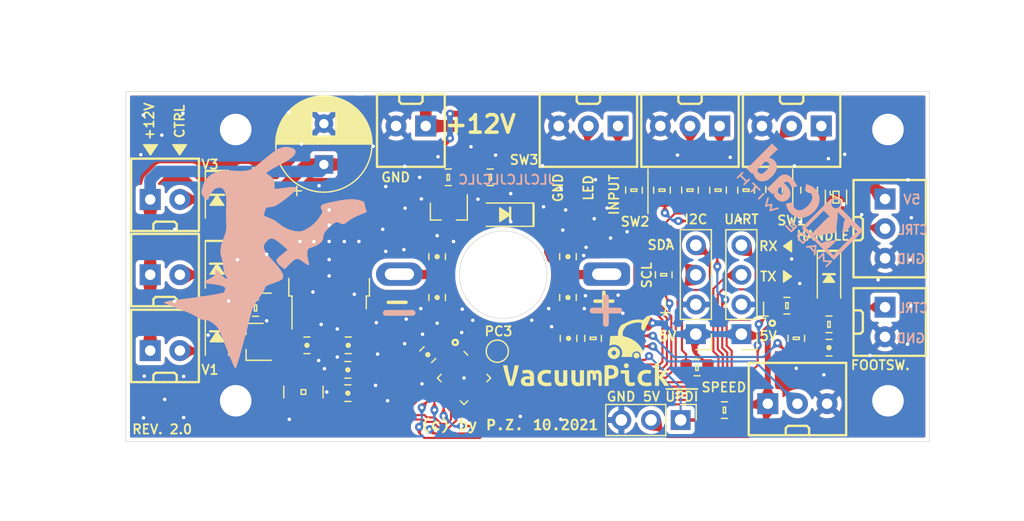
<source format=kicad_pcb>
(kicad_pcb (version 20211014) (generator pcbnew)
  (layers (0 "F.Cu" signal) (31 "B.Cu" signal) (34 "B.Paste" user) (35 "F.Paste" user) (36 "B.SilkS" user "B.Silkscreen") (37 "F.SilkS" user "F.Silkscreen") (38 "B.Mask" user) (39 "F.Mask" user) (44 "Edge.Cuts" user))
  (net 0 "")
  (net 1 "GND")
  (net 2 "+12V")
  (net 3 "Net-(C5-Pad2)")
  (net 4 "+5V")
  (net 5 "Net-(C10-Pad2)")
  (net 6 "Net-(D1-Pad2)")
  (net 7 "Net-(F1-Pad1)")
  (net 8 "/~{UPDI}")
  (net 9 "Net-(J10-Pad2)")
  (net 10 "Net-(J10-Pad1)")
  (net 11 "Net-(J11-Pad2)")
  (net 12 "Net-(J11-Pad1)")
  (net 13 "Net-(J12-Pad2)")
  (net 14 "Net-(J12-Pad1)")
  (net 15 "Net-(Q1-Pad1)")
  (net 16 "Net-(Q2-Pad1)")
  (net 17 "Net-(Q3-Pad1)")
  (net 18 "Net-(Q4-Pad1)")
  (net 19 "/VALVE_3_CTRL")
  (net 20 "/PUMP_ON")
  (net 21 "/AIN1_SPEED_POT")
  (net 22 "/SCL")
  (net 23 "/SDA")
  (net 24 "/TX")
  (net 25 "/RX")
  (net 26 "/TCA0_WO3_PWM")
  (net 27 "Net-(RP2-Pad5)")
  (net 28 "Net-(RP2-Pad4)")
  (net 29 "/PC3")
  (net 30 "Net-(D5-Pad2)")
  (net 31 "/TBTN")
  (net 32 "/VALVE_2")
  (net 33 "/VALVE_1")
  (net 34 "/SW_1")
  (net 35 "/LED_1")
  (net 36 "/SW_2")
  (net 37 "/LED_2")
  (net 38 "/SW_3")
  (net 39 "/LED_3")
  (net 40 "/VALVE_1_CTRL")
  (net 41 "/VALVE_2_CTRL")
  (net 42 "/~UPDI")
  (footprint "Capacitor_THT:CP_Radial_D8.0mm_P3.50mm" (layer "F.Cu") (at 84.95 68.5 90)
    (fp_text reference "C1" hide)
    (fp_text value "470u/25V")
  )
  (footprint "H_smd_passives:Hx_C_0805_2012Metric" (layer "F.Cu") (at 105.85 79.9 90)
    (fp_text reference "C2" hide)
    (fp_text value "1u")
  )
  (footprint "H_smd_passives:Hx_C_0805_2012Metric" (layer "F.Cu") (at 105.85 76.4 90)
    (fp_text reference "C3" hide)
    (fp_text value "1u")
  )
  (footprint "H_smd_passives:Hx_C_0805_2012Metric" (layer "F.Cu") (at 83.5 84)
    (fp_text reference "C4" hide)
    (fp_text value "100n")
  )
  (footprint "H_smd_passives:Hx_C_0805_2012Metric" (layer "F.Cu") (at 94.65 76.4 -90)
    (fp_text reference "C5" hide)
    (fp_text value "1u")
  )
  (footprint "H_smd_passives:Hx_C_0805_2012Metric" (layer "F.Cu") (at 94.65 79.9 -90)
    (fp_text reference "C6" hide)
    (fp_text value "1u")
  )
  (footprint "H_smd_passives:Hx_C_0805_2012Metric" (layer "F.Cu") (at 87.037501 84 180)
    (fp_text reference "C7" hide)
    (fp_text value "100n")
  )
  (footprint "H_smd_passives:Hx_C_0805_2012Metric" (layer "F.Cu") (at 87 86.1 180)
    (fp_text reference "C8" hide)
    (fp_text value "10u")
  )
  (footprint "H_smd_passives:Hx_C_0805_2012Metric" (layer "F.Cu") (at 93.85 84.8 45)
    (fp_text reference "C9" hide)
    (fp_text value "1u")
  )
  (footprint "H_smd_passives:Hx_C_0805_2012Metric" (layer "F.Cu") (at 128.2 84.2)
    (fp_text reference "C10" hide)
    (fp_text value "10n")
  )
  (footprint "H_smd_passives:Hx_C_0805_2012Metric" (layer "F.Cu") (at 105.9 83.4 -90)
    (fp_text reference "C11" hide)
    (fp_text value "1u")
  )
  (footprint "H_diodes:D_SOD-123" (layer "F.Cu") (at 75.8 71.45 -90)
    (fp_text reference "D1" hide)
    (fp_text value "MBR0530")
  )
  (footprint "H_diodes:D_SOD-123" (layer "F.Cu") (at 75.8 77.45 -90)
    (fp_text reference "D2" hide)
    (fp_text value "MBR0530")
  )
  (footprint "H_diodes:D_SOD-123" (layer "F.Cu") (at 75.8 83.2 -90)
    (fp_text reference "D3" hide)
    (fp_text value "MBR0530")
  )
  (footprint "H_diodes:D_SOD-123" (layer "F.Cu") (at 100.5 72.8 180)
    (fp_text reference "D4" hide)
    (fp_text value "MBR0530")
  )
  (footprint "H_Fuses:Fuse_1206_3216Metric" (layer "F.Cu") (at 128.8 71.3 -90)
    (fp_text reference "F1" hide)
    (fp_text value "100mA")
  )
  (footprint "MountingHole:MountingHole_2.7mm_M2.5_DIN965_Pad" (layer "F.Cu") (at 133.25 88.75)
    (fp_text reference "H1" hide)
    (fp_text value "MountingHole_Pad")
  )
  (footprint "MountingHole:MountingHole_2.7mm_M2.5_ISO7380_Pad" (layer "F.Cu") (at 133.25 65.5)
    (fp_text reference "H2" hide)
    (fp_text value "MountingHole_Pad")
  )
  (footprint "MountingHole:MountingHole_2.7mm_M2.5_ISO7380_Pad" (layer "F.Cu") (at 77.4 88.75)
    (fp_text reference "H3" hide)
    (fp_text value "MountingHole_Pad")
  )
  (footprint "MountingHole:MountingHole_2.7mm_M2.5_ISO7380_Pad" (layer "F.Cu") (at 77.4 65.5)
    (fp_text reference "H4" hide)
    (fp_text value "MountingHole_Pad")
  )
  (footprint "H_pin_headers:1x2_254_socket_H" (layer "F.Cu") (at 92.4 65.2)
    (fp_text reference "J1" hide)
    (fp_text value "KK100-2")
  )
  (footprint "H_pin_headers:1x2_254_socket_H" (layer "F.Cu") (at 71.35 71.5 180)
    (fp_text reference "J2" hide)
    (fp_text value "KK100-2")
  )
  (footprint "H_pin_headers:1x2_254_socket_H" (layer "F.Cu") (at 71.35 77.95 180)
    (fp_text reference "J3" hide)
    (fp_text value "KK100-2")
  )
  (footprint "H_pin_headers:1x2_254_socket_H" (layer "F.Cu") (at 71.35 84.45 180)
    (fp_text reference "J4" hide)
    (fp_text value "KK100-2")
  )
  (footprint "TestPoint:TestPoint_Pad_D1.5mm" (layer "F.Cu") (at 99.8 84.5 45)
    (fp_text reference "J5" hide)
    (fp_text value "Conn_01x01")
  )
  (footprint "H_pin_headers:1x2_254_socket_H" (layer "F.Cu") (at 133 82 90)
    (fp_text reference "J6" hide)
    (fp_text value "KK100-2")
  )
  (footprint "H_pin_headers:1x3_254_socket_H" (layer "F.Cu") (at 133 74 90)
    (fp_text reference "J7" hide)
    (fp_text value "KK100-3" hide)
  )
  (footprint "H_pin_headers:1x3_254_socket_H" (layer "F.Cu") (at 125.5 89 180)
    (fp_text reference "J8" hide)
    (fp_text value "KK100-3" hide)
  )
  (footprint "Connector_PinHeader_2.54mm:PinHeader_1x03_P2.54mm_Vertical" (layer "F.Cu") (at 115.5 90.4 -90)
    (fp_text reference "J9" hide)
    (fp_text value "KK100-3")
  )
  (footprint "H_pin_headers:1x3_254_socket_H" (layer "F.Cu") (at 125 65.2)
    (fp_text reference "J10" hide)
    (fp_text value "KK100-3" hide)
  )
  (footprint "H_pin_headers:1x3_254_socket_H" (layer "F.Cu") (at 116.3 65.2)
    (fp_text reference "J11" hide)
    (fp_text value "KK100-3" hide)
  )
  (footprint "H_pin_headers:1x3_254_socket_H" (layer "F.Cu") (at 107.6 65.2)
    (fp_text reference "J12" hide)
    (fp_text value "KK100-3" hide)
  )
  (footprint "H_motor:VacuumPump_DC12V" (layer "F.Cu") (at 100.291338 77.9 180)
    (fp_text reference "M1" hide)
    (fp_text value "PUMP")
  )
  (footprint "H_SOT:SOT-23" (layer "F.Cu") (at 79.1 72.3 180)
    (fp_text reference "Q1" hide)
    (fp_text value "DMG2302U")
  )
  (footprint "H_SOT:SOT-23" (layer "F.Cu") (at 79.05 77.95 180)
    (fp_text reference "Q2" hide)
    (fp_text value "DMG2302U")
  )
  (footprint "H_SOT:SOT-23" (layer "F.Cu") (at 79.05 83.7 180)
    (fp_text reference "Q3" hide)
    (fp_text value "DMG2302U")
  )
  (footprint "H_SOT:SOT-23" (layer "F.Cu") (at 95.65 72.5 -90)
    (fp_text reference "Q4" hide)
    (fp_text value "DMG2302U")
  )
  (footprint "H_smd_passives:Hx_R_0805_2012Metric" (layer "F.Cu") (at 79.1 69.5)
    (fp_text reference "R1" hide)
    (fp_text value "220k")
  )
  (footprint "H_smd_passives:Hx_R_0805_2012Metric" (layer "F.Cu") (at 79.1 75.1)
    (fp_text reference "R2" hide)
    (fp_text value "220k")
  )
  (footprint "H_smd_passives:Hx_R_0805_2012Metric" (layer "F.Cu") (at 79.1 80.8)
    (fp_text reference "R3" hide)
    (fp_text value "220k")
  )
  (footprint "H_smd_passives:Hx_R_0805_2012Metric" (layer "F.Cu") (at 95.6 69.6 180)
    (fp_text reference "R7" hide)
    (fp_text value "220k")
  )
  (footprint "H_smd_passives:Hx_R_0805_2012Metric" (layer "F.Cu") (at 99.2 69.6 180)
    (fp_text reference "R8" hide)
    (fp_text value "220R")
  )
  (footprint "H_smd_passives:Hx_R_0805_2012Metric" (layer "F.Cu") (at 125.4 83.4 -90)
    (fp_text reference "R9" hide)
    (fp_text value "2k2")
  )
  (footprint "H_smd_passives:Hx_R_0805_2012Metric" (layer "F.Cu") (at 128.2 82.2 180)
    (fp_text reference "R10" hide)
    (fp_text value "2k2")
  )
  (footprint "H_smd_passives:Hx_R_0805_2012Metric" (layer "F.Cu") (at 108 83.4 90)
    (fp_text reference "R11" hide)
    (fp_text value "220k")
  )
  (footprint "H_smd_passives:Hx_R_0805_2012Metric" (layer "F.Cu") (at 123.5 70.6375 -90)
    (fp_text reference "R12" hide)
    (fp_text value "470R")
  )
  (footprint "H_smd_passives:Hx_R_0805_2012Metric" (layer "F.Cu") (at 121.1 70.7 -90)
    (fp_text reference "R13" hide)
    (fp_text value "470R")
  )
  (footprint "H_smd_passives:Hx_R_0805_2012Metric" (layer "F.Cu") (at 118.7 70.7 -90)
    (fp_text reference "R14" hide)
    (fp_text value "470R")
  )
  (footprint "H_smd_passives:Hx_R_0805_2012Metric" (layer "F.Cu") (at 116.3 70.7 -90)
    (fp_text reference "R15" hide)
    (fp_text value "470R")
  )
  (footprint "H_smd_passives:Hx_R_0805_2012Metric" (layer "F.Cu") (at 113.9 70.7 -90)
    (fp_text reference "R16" hide)
    (fp_text value "470R")
  )
  (footprint "H_smd_passives:Hx_R_0805_2012Metric" (layer "F.Cu") (at 111.5 70.7 -90)
    (fp_text reference "R17" hide)
    (fp_text value "470R")
  )
  (footprint "Package_TO_SOT_SMD:TO-252-2" (layer "F.Cu") (at 85.4 77.3 90)
    (fp_text reference "U1" hide)
    (fp_text value "KA78M05_TO252")
  )
  (footprint "Package_DFN_QFN:VQFN-20-1EP_3x3mm_P0.4mm_EP1.7x1.7mm" (layer "F.Cu") (at 96.95 86.8 -45)
    (fp_text reference "U2" hide)
    (fp_text value "ATtiny806-M")
  )
  (footprint "H_smd_passives:R_Array_Convex_4x0603" (layer "F.Cu") (at 83.2 88 -90)
    (fp_text reference "RP2" hide)
    (fp_text value "470R")
  )
  (footprint "Connector_PinHeader_2.54mm:PinHeader_1x04_P2.54mm_Vertical" (layer "F.Cu") (at 120.7 83.04 180)
    (fp_text reference "J13" hide)
    (fp_text value "Conn_01x04")
  )
  (footprint "Connector_PinHeader_2.54mm:PinHeader_1x04_P2.54mm_Vertical" (layer "F.Cu") (at 116.8 83.04 180)
    (fp_text reference "J14" hide)
    (fp_text value "Conn_01x04")
  )
  (footprint "H_smd_passives:Hx_R_0805_2012Metric" (layer "F.Cu") (at 119.25 89.55 180)
    (fp_text reference "R4" hide)
    (fp_text value "2k2")
  )
  (footprint "H_logos:vacuum1" (layer "F.Cu") (at 111 83.2)
    (fp_text reference "G***" hide)
    (fp_text value "LOGO" hide)
  )
  (footprint "H_smd_passives:Hx_C_0805_2012Metric" (layer "F.Cu") (at 87 88.1 180)
    (fp_text reference "C12" hide)
    (fp_text value "10u")
  )
  (footprint "H_smd_passives:Hx_C_0805_2012Metric" (layer "F.Cu") (at 126.5 70.7 90)
    (fp_text reference "C13" hide)
    (fp_text value "10u")
  )
  (footprint "label" (layer "F.Cu") (at 107.4 86.5)
    (fp_text reference "kibuzzard-61600490" hide)
    (fp_text value "G***" hide)
  )
  (footprint "H_smd_passives:Hx_R_0805_2012Metric" (layer "F.Cu") (at 114.05 77.95 90)
    (fp_text reference "R5" hide)
    (fp_text value "2k2")
  )
  (footprint "H_smd_passives:Hx_R_0805_2012Metric" (layer "F.Cu") (at 116.9 85.9 180)
    (fp_text reference "R6" hide)
    (fp_text value "2k2")
  )
  (footprint "label" (layer "F.Cu") (at 100.9 90.85)
    (fp_text reference "kibuzzard-61600814" hide)
    (fp_text value "G***" hide)
  )
  (footprint "H_smd_passives:Hx_R_0805_2012Metric" (layer "F.Cu") (at 124.6 80.6)
    (fp_text reference "R18" hide)
    (fp_text value "220k")
  )
  (footprint "H_diodes:D_SOD-123" (layer "F.Cu") (at 128.2 78.3 -90)
    (fp_text reference "D5" hide)
    (fp_text value "MBR0530")
  )
  (footprint "H_logos:KiCad-Logo_Copper_11mmx5mm" (layer "B.Cu") (at 126.2 71.4 135)
    (fp_text reference "G***" hide)
    (fp_text value "KiCad Logo" hide)
  )
  (footprint "H_logos:Hexe_GuitarWitch" (layer "B.Cu") (at 79 75.4 -135)
    (fp_text reference "G***" hide)
    (fp_text value "LOGO" hide)
  )
  (gr_line (start 114.2 80) (end 114.2 81.2) (layer "F.SilkS") (width 0.12))
  (gr_line (start 113.8 81.2) (end 114.6 81.2) (layer "F.SilkS") (width 0.12))
  (gr_line (start 114.4 81.4) (end 114 81.4) (layer "F.SilkS") (width 0.12))
  (gr_poly (pts (xy 72.6 67.7) (xy 72 66.8) (xy 73.2 66.8)) (layer "F.SilkS") (width 0.1) (fill solid))
  (gr_circle (center 123.35 82.1) (end 123.573607 82.1) (layer "F.SilkS") (width 0.2) (fill none))
  (gr_line (start 75.2 71.1) (end 76.4 71.1) (layer "F.SilkS") (width 0.2))
  (gr_poly (pts (xy 75.8 71.1) (xy 76.4 72) (xy 75.2 72)) (layer "F.SilkS") (width 0.1) (fill solid))
  (gr_line (start 75.2 77) (end 76.4 77) (layer "F.SilkS") (width 0.2))
  (gr_poly (pts (xy 75.8 77) (xy 76.4 77.9) (xy 75.2 77.9)) (layer "F.SilkS") (width 0.1) (fill solid))
  (gr_poly (pts (xy 75.8 82.8) (xy 76.4 83.7) (xy 75.2 83.7)) (layer "F.SilkS") (width 0.1) (fill solid))
  (gr_line (start 75.2 82.8) (end 76.4 82.8) (layer "F.SilkS") (width 0.2))
  (gr_line (start 100.9 72.2) (end 100.9 73.4) (layer "F.SilkS") (width 0.2))
  (gr_poly (pts (xy 100.9 72.8) (xy 100 73.4) (xy 100 72.2)) (layer "F.SilkS") (width 0.1) (fill solid))
  (gr_poly (pts (xy 124.3 77.6) (xy 125 78.1) (xy 124.3 78.6)) (layer "F.SilkS") (width 0.1) (fill solid))
  (gr_poly (pts (xy 127.7 78.6) (xy 128.2 77.9) (xy 128.7 78.6)) (layer "F.SilkS") (width 0.1) (fill solid))
  (gr_line (start 127.7 77.9) (end 128.7 77.9) (layer "F.SilkS") (width 0.2))
  (gr_line (start 122.6 80.3) (end 122.6 81.5) (layer "F.SilkS") (width 0.12))
  (gr_line (start 122.2 81.5) (end 123 81.5) (layer "F.SilkS") (width 0.12))
  (gr_line (start 112.7 68.9) (end 112.7 72.7) (layer "F.SilkS") (width 0.12))
  (gr_poly (pts (xy 125 76) (xy 124.3 75.5) (xy 125 75)) (layer "F.SilkS") (width 0.1) (fill solid))
  (gr_line (start 122.8 81.7) (end 122.4 81.7) (layer "F.SilkS") (width 0.12))
  (gr_circle (center 96.2 83.75) (end 96.423607 83.75) (layer "F.SilkS") (width 0.2) (fill none))
  (gr_poly (pts (xy 70.1 67.7) (xy 69.5 66.8) (xy 70.7 66.8)) (layer "F.SilkS") (width 0.1) (fill solid))
  (gr_line (start 125.1 68.9) (end 125.1 72.6) (layer "F.SilkS") (width 0.12))
  (gr_line (start 68 92.25) (end 68 62.25) (layer "Edge.Cuts") (width 0.05))
  (gr_line (start 136.8 92.25) (end 68 92.25) (layer "Edge.Cuts") (width 0.05))
  (gr_line (start 136.8 62.25) (end 136.8 92.25) (layer "Edge.Cuts") (width 0.05))
  (gr_circle (center 100.3 77.95) (end 104.05 78.1) (layer "Edge.Cuts") (width 0.05) (fill none))
  (gr_line (start 68 62.25) (end 136.8 62.25) (layer "Edge.Cuts") (width 0.05))
  (gr_text "5V" (at 135.3 71.5) (layer "B.SilkS") (effects (font (size 0.8 0.8)) (justify mirror)))
  (gr_text "CTRL" (at 135.4 74.1) (layer "B.SilkS") (effects (font (size 0.8 0.7)) (justify mirror)))
  (gr_text "GND" (at 135.2 76.6) (layer "B.SilkS") (effects (font (size 0.8 0.8)) (justify mirror)))
  (gr_text "GND" (at 135.2 83.4) (layer "B.SilkS") (effects (font (size 0.8 0.8)) (justify mirror)))
  (gr_text "CTRL" (at 135.4 80.8) (layer "B.SilkS") (effects (font (size 0.8 0.7)) (justify mirror)))
  (gr_text "-" (at 91.4 81) (layer "B.SilkS") (effects (font (size 3 3) (thickness 0.5)) (justify mirror)))
  (gr_text "JLCJLCJLCJLC" (at 100.6 69.8) (layer "B.SilkS") (effects (font (size 0.8 0.8)) (justify mirror)))
  (gr_text "+" (at 109.1 80.8) (layer "B.SilkS") (effects (font (size 3 3) (thickness 0.5)) (justify mirror)))
  (gr_text "RX" (at 123 75.5) (layer "F.SilkS") (effects (font (size 0.8 0.8))))
  (gr_text "5V" (at 123 83.2) (layer "F.SilkS") (effects (font (size 0.8 0.8))))
  (gr_text "SDA" (at 113.8 75.4) (layer "F.SilkS") (effects (font (size 0.8 0.8))))
  (gr_text "SCL" (at 112.6 78 90) (layer "F.SilkS") (effects (font (size 0.8 0.8))))
  (gr_text "5V" (at 114.4 83.2) (layer "F.SilkS") (effects (font (size 0.8 0.8))))
  (gr_text "~{UPDI}" (at 115.6 88.4) (layer "F.SilkS") (effects (font (size 0.8 0.8))))
  (gr_text "5V" (at 113 88.4) (layer "F.SilkS") (effects (font (size 0.8 0.8))))
  (gr_text "GND" (at 110.4 88.4) (layer "F.SilkS") (effects (font (size 0.8 0.8))))
  (gr_text "SPEED" (at 119.2 87.6) (layer "F.SilkS") (effects (font (size 0.8 0.8))))
  (gr_text "SW1" (at 125 73.3) (layer "F.SilkS") (effects (font (size 0.8 0.8))))
  (gr_text "SW2" (at 111.6 73.4) (layer "F.SilkS") (effects (font (size 0.8 0.8))))
  (gr_text "SW3" (at 102.1 68.1) (layer "F.SilkS") (effects (font (size 0.8 0.8))))
  (gr_text "HANDLE" (at 127.7 74.6) (layer "F.SilkS") (effects (font (size 0.8 0.8))))
  (gr_text "+12V" (at 98.35 65.05) (layer "F.SilkS") (effects (font (size 1.5 1.5) (thickness 0.3))))
  (gr_text "GND" (at 91.1 69.6) (layer "F.SilkS") (effects (font (size 0.8 0.8))))
  (gr_text "V1" (at 75.2 86.1) (layer "F.SilkS") (effects (font (size 0.8 0.8))))
  (gr_text "V2" (at 75.1 80.3) (layer "F.SilkS") (effects (font (size 0.8 0.8))))
  (gr_text "V3" (at 75.2 68.5) (layer "F.SilkS") (effects (font (size 0.8 0.8))))
  (gr_text "+12V" (at 70 64.8 90) (layer "F.SilkS") (effects (font (size 0.8 0.8))))
  (gr_text "CTRL" (at 72.6 64.8 90) (layer "F.SilkS") (effects (font (size 0.8 0.8))))
  (gr_text "INPUT" (at 109.8 71.1 90) (layer "F.SilkS") (effects (font (size 0.8 0.8))))
  (gr_text "LED" (at 107.6 70.5 90) (layer "F.SilkS") (effects (font (size 0.8 0.8))))
  (gr_text "GND" (at 105 70.5 90) (layer "F.SilkS") (effects (font (size 0.8 0.8))))
  (gr_text "PC3" (at 99.9 82.8) (layer "F.SilkS") (effects (font (size 0.8 0.8))))
  (gr_text "REV. 2.0" (at 71.1 91.2) (layer "F.SilkS") (effects (font (size 0.8 0.8))))
  (gr_text "UART" (at 120.7 73.2) (layer "F.SilkS") (effects (font (size 0.8 0.8))))
  (gr_text "I2C" (at 116.8 73.2) (layer "F.SilkS") (effects (font (size 0.8 0.8))))
  (gr_text "FOOTSW." (at 132.6 85.7) (layer "F.SilkS") (effects (font (size 0.8 0.8))))
  (gr_text "TX" (at 123 78.1) (layer "F.SilkS") (effects (font (size 0.8 0.8))))
  (segment (start 80.0375 75.1) (end 80.0375 76.1875) (width 0.18) (layer "F.Cu") (net 1))
  (segment (start 95.10999 84.734164) (end 95.10999 84.737087) (width 0.5) (layer "F.Cu") (net 1))
  (segment (start 94.512913 84.137087) (end 95.10999 84.734164) (width 0.5) (layer "F.Cu") (net 1))
  (segment (start 95.924695 85.774695) (end 95.212913 85.062913) (width 0.18) (layer "F.Cu") (net 1))
  (segment (start 80.0375 81.8875) (end 80.05 81.9) (width 0.18) (layer "F.Cu") (net 1))
  (segment (start 95.212913 85.062913) (end 95.212913 84.837087) (width 0.18) (layer "F.Cu") (net 1))
  (segment (start 125.6 74.75) (end 125.6 73.531386) (width 0.18) (layer "F.Cu") (net 1))
  (segment (start 125.6 73.531386) (end 125.715693 73.415693) (width 0.18) (layer "F.Cu") (net 1))
  (segment (start 80.0375 76.1875) (end 80.05 76.2) (width 0.18) (layer "F.Cu") (net 1))
  (segment (start 95.924695 85.774695) (end 96.95 86.8) (width 0.2) (layer "F.Cu") (net 1))
  (segment (start 95.212913 84.837087) (end 94.512913 84.137087) (width 0.18) (layer "F.Cu") (net 1))
  (segment (start 80.0375 80.8) (end 80.0375 81.8875) (width 0.18) (layer "F.Cu") (net 1))
  (via (at 84.713746 82.20991) (size 0.7) (drill 0.3) (layers "F.Cu" "B.Cu") (net 1))
  (via (at 99.65 67.7) (size 0.7) (drill 0.3) (layers "F.Cu" "B.Cu") (net 1))
  (via (at 131 72.8) (size 0.7) (drill 0.3) (layers "F.Cu" "B.Cu") (net 1))
  (via (at 85.2 88) (size 0.7) (drill 0.3) (layers "F.Cu" "B.Cu") (net 1))
  (via (at 125.715693 73.415693) (size 0.7) (drill 0.3) (layers "F.Cu" "B.Cu") (net 1))
  (via (at 89.55 84.75) (size 0.7) (drill 0.3) (layers "F.Cu" "B.Cu") (net 1))
  (via (at 96.05 75.1) (size 0.7) (drill 0.3) (layers "F.Cu" "B.Cu") (net 1))
  (via (at 72.180558 74.053095) (size 0.7) (drill 0.3) (layers "F.Cu" "B.Cu") (net 1))
  (via (at 89.174548 66.936844) (size 0.7) (drill 0.3) (layers "F.Cu" "B.Cu") (net 1))
  (via (at 84.5 85.3) (size 0.7) (drill 0.3) (layers "F.Cu" "B.Cu") (net 1))
  (via (at 94.65 82.1) (size 0.7) (drill 0.3) (layers "F.Cu" "B.Cu") (net 1))
  (via (at 91.869575 68.655178) (size 0.7) (drill 0.3) (layers "F.Cu" "B.Cu") (net 1))
  (via (at 76.8 80.2) (size 0.7) (drill 0.3) (layers "F.Cu" "B.Cu") (net 1))
  (via (at 72.944171 86.663816) (size 0.7) (drill 0.3) (layers "F.Cu" "B.Cu") (net 1))
  (via (at 85.4 73.7) (size 0.7) (drill 0.3) (layers "F.Cu" "B.Cu") (net 1))
  (via (at 89.440402 82.055911) (size 0.7) (drill 0.3) (layers "F.Cu" "B.Cu") (net 1))
  (via (at 91.8 75.8) (size 0.7) (drill 0.3) (layers "F.Cu" "B.Cu") (net 1))
  (via (at 75.041693 83.124211) (size 0.7) (drill 0.3) (layers "F.Cu" "B.Cu") (net 1))
  (via (at 128.150584 68) (size 0.7) (drill 0.3) (layers "F.Cu" "B.Cu") (net 1))
  (via (at 103.75873 72.125969) (size 0.7) (drill 0.3) (layers "F.Cu" "B.Cu") (net 1))
  (via (at 135.25341 73.061468) (size 0.7) (drill 0.3) (layers "F.Cu" "B.Cu") (net 1))
  (via (at 94.724453 67.83553) (size 0.7) (drill 0.3) (layers "F.Cu" "B.Cu") (net 1))
  (via (at 84.538355 70.32004) (size 0.7) (drill 0.3) (layers "F.Cu" "B.Cu") (net 1))
  (via (at 81.988786 90.341448) (size 0.7) (drill 0.3) (layers "F.Cu" "B.Cu") (net 1))
  (via (at 96.75 82.9) (size 0.7) (drill 0.3) (layers "F.Cu" "B.Cu") (net 1))
  (via (at 90.248054 70.388434) (size 0.7) (drill 0.3) (layers "F.Cu" "B.Cu") (net 1))
  (via (at 93.25 80.85) (size 0.7) (drill 0.3) (layers "F.Cu" "B.Cu") (net 1))
  (via (at 108.201916 69.805585) (size 0.7) (drill 0.3) (layers "F.Cu" "B.Cu") (net 1))
  (via (at 107.2 76.3) (size 0.7) (drill 0.3) (layers "F.Cu" "B.Cu") (net 1))
  (via (at 90.4 88.75) (size 0.7) (drill 0.3) (layers "F.Cu" "B.Cu") (net 1))
  (via (at 104.45 82.4) (size 0.7) (drill 0.3) (layers "F.Cu" "B.Cu") (net 1))
  (via (at 109.200787 72.228175) (size 0.7) (drill 0.3) (layers "F.Cu" "B.Cu") (net 1))
  (via (at 125.39889 85.970104) (size 0.7) (drill 0.3) (layers "F.Cu" "B.Cu") (net 1))
  (via (at 81.958227 64.0272) (size 0.7) (drill 0.3) (layers "F.Cu" "B.Cu") (net 1))
  (via (at 86.1 85) (size 0.7) (drill 0.3) (layers "F.Cu" "B.Cu") (net 1))
  (via (at 84.1 75.1) (size 0.7) (drill 0.3) (layers "F.Cu" "B.Cu") (net 1))
  (via (at 71.073207 65.981735) (size 0.7) (drill 0.3) (layers "F.Cu" "B.Cu") (net 1))
  (via (at 100.95 73.4) (size 0.7) (drill 0.3) (layers "F.Cu" "B.Cu") (net 1))
  (via (at 101.770733 90.090185) (size 0.7) (drill 0.3) (layers "F.Cu" "B.Cu") (net 1))
  (via (at 85.4 75.1) (size 0.7) (drill 0.3) (layers "F.Cu" "B.Cu") (net 1))
  (via (at 90.25 75.95) (size 0.7) (drill 0.3) (layers "F.Cu" "B.Cu") (net 1))
  (via (at 91.866697 83.859019) (size 0.7) (drill 0.3) (layers "F.Cu" "B.Cu") (net 1))
  (via (at 94.65 74.6) (size 0.7) (drill 0.3) (layers "F.Cu" "B.Cu") (net 1))
  (via (at 87.95 75.1) (size 0.7) (drill 0.3) (layers "F.Cu" "B.Cu") (net 1))
  (via (at 100.95 71) (size 0.7) (drill 0.3) (layers "F.Cu" "B.Cu") (net 1))
  (via (at 135.211964 80.599742) (size 0.7) (drill 0.3) (layers "F.Cu" "B.Cu") (net 1))
  (via (at 97.5445 66.981433) (size 0.7) (drill 0.3) (layers "F.Cu" "B.Cu") (net 1))
  (via (at 107.4 75.6) (size 0.7) (drill 0.3) (layers "F.Cu" "B.Cu") (net 1))
  (via (at 105.263716 70.55076) (size 0.7) (drill 0.3) (layers "F.Cu" "B.Cu") (net 1))
  (via (at 96.8 80.9) (size 0.7) (drill 0.3) (layers "F.Cu" "B.Cu") (net 1))
  (via (at 134.954084 69.816344) (size 0.7) (drill 0.3) (layers "F.Cu" "B.Cu") (net 1))
  (via (at 69.278646 67.658963) (size 0.7) (drill 0.3) (layers "F.Cu" "B.Cu") (net 1))
  (via (at 115.230925 67.696273) (size 0.7) (drill 0.3) (layers "F.Cu" "B.Cu") (net 1))
  (via (at 93.35 87.3) (size 0.7) (drill 0.3) (layers "F.Cu" "B.Cu") (net 1))
  (via (at 127.759999 86.524149) (size 0.7) (drill 0.3) (layers "F.Cu" "B.Cu") (net 1))
  (via (at 86.7 75.1) (size 0.7) (drill 0.3) (layers "F.Cu" "B.Cu") (net 1))
  (via (at 93.15 69.6) (size 0.7) (drill 0.3) (layers "F.Cu" "B.Cu") (net 1))
  (via (at 132.404571 78.384785) (size 0.7) (drill 0.3) (layers "F.Cu" "B.Cu") (net 1))
  (via (at 107.35 79.75) (size 0.7) (drill 0.3) (layers "F.Cu" "B.Cu") (net 1))
  (via (at 86.1 82.6) (size 0.7) (drill 0.3) (layers "F.Cu" "B.Cu") (net 1))
  (via (at 129.548466 67.625949) (size 0.7) (drill 0.3) (layers "F.Cu" "B.Cu") (net 1))
  (via (at 96.95 86.8) (size 0.7) (drill 0.3) (layers "F.Cu" "B.Cu") (net 1))
  (via (at 69.505849 90.219491) (size 0.7) (drill 0.3) (layers "F.Cu" "B.Cu") (net 1))
  (via (at 120.6 73.2) (size 0.7) (drill 0.3) (layers "F.Cu" "B.Cu") (net 1))
  (via (at 110.55 81.25) (size 0.7) (drill 0.3) (layers "F.Cu" "B.Cu") (net 1))
  (via (at 105.406108 74.118351) (size 0.7) (drill 0.3) (layers "F.Cu" "B.Cu") (net 1))
  (via (at 87.558286 79.621004) (size 0.7) (drill 0.3) (layers "F.Cu" "B.Cu") (net 1))
  (via (at 69.488109 64.26535) (size 0.7) (drill 0.3) (layers "F.Cu" "B.Cu") (net 1))
  (via (at 85 86) (size 0.7) (drill 0.3) (layers "F.Cu" "B.Cu") (net 1))
  (via (at 125.24313 68.615396) (size 0.7) (drill 0.3) (layers "F.Cu" "B.Cu") (net 1))
  (via (at 110.915169 74.267868) (size 0.7) (drill 0.3) (layers "F.Cu" "B.Cu") (net 1))
  (via (at 69.565355 86.63633) (size 0.7) (drill 0.3) (layers "F.Cu" "B.Cu") (net 1))
  (via (at 125.7 78.7) (size 0.7) (drill 0.3) (layers "F.Cu" "B.Cu") (net 1))
  (via (at 109.5 74.8) (size 0.7) (drill 0.3) (layers "F.Cu" "B.Cu") (net 1))
  (via (at 72.944757 90.186863) (size 0.7) (drill 0.3) (layers "F.Cu" "B.Cu") (net 1))
  (via (at 102.75 81.85) (size 0.7) (drill 0.3) (layers "F.Cu" "B.Cu") (net 1))
  (via (at 85.4 72.4) (size 0.7) (drill 0.3) (layers "F.Cu" "B.Cu") (net 1))
  (via (at 134.927533 83.903791) (size 0.7) (drill 0.3) (layers "F.Cu" "B.Cu") (net 1))
  (via (at 110.15 79.7) (size 0.7) (drill 0.3) (layers "F.Cu" "B.Cu") (net 1))
  (via (at 105.233026 90.339625) (size 0.7) (drill 0.3) (layers "F.Cu" "B.Cu") (net 1))
  (via (at 71.317718 88.633329) (size 0.7) (drill 0.3) (layers "F.Cu" "B.Cu") (net 1))
  (via (at 93.4 83.05) (size 0.7) (drill 0.3) (layers "F.Cu" "B.Cu") (net 1))
  (via (at 105.65 72.4) (size 0.7) (drill 0.3) (layers "F.Cu" "B.Cu") (net 1))
  (via (at 85.4 76.65) (size 0.7) (drill 0.3) (layers "F.Cu" "B.Cu") (net 1))
  (via (at 108.1 73.15) (size 0.7) (drill 0.3) (layers "F.Cu" "B.Cu") (net 1))
  (via (at 114.409418 74.957436) (size 0.7) (drill 0.3) (layers "F.Cu" "B.Cu") (net 1))
  (via (at 97.7 81.85) (size 0.7) (drill 0.3) (layers "F.Cu" "B.Cu") (net 1))
  (via (at 131.7084 84.86342) (size 0.7) (drill 0.3) (layers "F.Cu" "B.Cu") (net 1))
  (via (at 93.3 71.45) (size 0.7) (drill 0.3) (layers "F.Cu" "B.Cu") (net 1))
  (via (at 80.05 81.9) (size 0.7) (drill 0.3) (layers "F.Cu" "B.Cu") (net 1))
  (via (at 82.9 75.1) (size 0.7) (drill 0.3) (layers "F.Cu" "B.Cu") (net 1))
  (via (at 107.25 80.85) (size 0.7) (drill 0.3) (layers "F.Cu" "B.Cu") (net 1))
  (via (at 72.1585 80.232122) (size 0.7) (drill 0.3) (layers "F.Cu" "B.Cu") (net 1))
  (via (at 84.011503 79.432784) (size 0.7) (drill 0.3) (layers "F.Cu" "B.Cu") (net 1))
  (via (at 135.161671 76.678569) (size 0.7) (drill 0.3) (layers "F.Cu" "B.Cu") (net 1))
  (via (at 125 76.6) (size 0.7) (drill 0.3) (layers "F.Cu" "B.Cu") (net 1))
  (via (at 104.2 80.85) (size 0.7) (drill 0.3) (layers "F.Cu" "B.Cu") (net 1))
  (via (at 77.544354 76.658796) (size 0.7) (drill 0.3) (layers "F.Cu" "B.Cu") (net 1))
  (via (at 92 81.75) (size 0.7) (drill 0.3) (layers "F.Cu" "B.Cu") (net 1))
  (via (at 89.374338 87.432847) (size 0.7) (drill 0.3) (layers "F.Cu" "B.Cu") (net 1))
  (via (at 98.143007 71.476335) (size 0.7) (drill 0.3) (layers "F.Cu" "B.Cu") (net 1))
  (via (at 91.904216 72.24545) (size 0.7) (drill 0.3) (layers "F.Cu" "B.Cu") (net 1))
  (via (at 89.988281 74.056895) (size 0.7) (drill 0.3) (layers "F.Cu" "B.Cu") (net 1))
  (via (at 85.4 78.05) (size 0.7) (drill 0.3) (layers "F.Cu" "B.Cu") (net 1))
  (via (at 72.875882 64.099833) (size 0.7) (drill 0.3) (layers "F.Cu" "B.Cu") (net 1))
  (via (at 119.749363 67.884071) (size 0.7) (drill 0.3) (layers "F.Cu" "B.Cu") (net 1))
  (via (at 103.671803 68.609004) (size 0.7) (drill 0.3) (layers "F.Cu" "B.Cu") (net 1))
  (via (at 83.02515 66.752057) (size 0.7) (drill 0.3) (layers "F.Cu" "B.Cu") (net 1))
  (via (at 80.05 76.2) (size 0.7) (drill 0.3) (layers "F.Cu" "B.Cu") (net 1))
  (segment (start 105.933549 77.933549) (end 105.85 77.85) (width 0.8) (layer "F.Cu") (net 2))
  (segment (start 87.2 68) (end 86.7 68.5) (width 1) (layer "F.Cu") (net 2))
  (segment (start 82.5625 84) (end 82.5625 83.2375) (width 0.8) (layer "F.Cu") (net 2))
  (segment (start 93.67 65.2) (end 93.67 63.67) (width 1) (layer "F.Cu") (net 2))
  (segment (start 93.1 63.1) (end 88.5 63.1) (width 1) (layer "F.Cu") (net 2))
  (segment (start 83.45 68.5) (end 81.3 70.65) (width 1) (layer "F.Cu") (net 2))
  (segment (start 109.141338 77.933549) (end 105.933549 77.933549) (width 0.8) (layer "F.Cu") (net 2))
  (segment (start 104.447996 76.547995) (end 105.2375 77.3375) (width 0.8) (layer "F.Cu") (net 2))
  (segment (start 88.5 63.1) (end 87.2 64.4) (width 1) (layer "F.Cu") (net 2))
  (segment (start 104.454121 76.532817) (end 104.447996 76.547995) (width 0.8) (layer "F.Cu") (net 2))
  (segment (start 70.08 82.22) (end 70.08 84.45) (width 1) (layer "F.Cu") (net 2))
  (segment (start 102.15 73.35) (end 104.2 75.4) (width 0.8) (layer "F.Cu") (net 2))
  (segment (start 81.3 70.65) (end 81.3 72.58326) (width 1) (layer "F.Cu") (net 2))
  (segment (start 71 81.55) (end 70.81 81.55) (width 0.5) (layer "F.Cu") (net 2))
  (segment (start 85.25 68.5) (end 83.45 68.5) (width 1) (layer "F.Cu") (net 2))
  (segment (start 70.08 71.5) (end 70.08 74.93) (width 1) (layer "F.Cu") (net 2))
  (segment (start 81.3 72.58326) (end 81.85001 73.13327) (width 0.8) (layer "F.Cu") (net 2))
  (segment (start 82.5 80.88) (end 83.12 81.5) (width 0.8) (layer "F.Cu") (net 2))
  (segment (start 70.85 75.8) (end 70.2 75.8) (width 0.5) (layer "F.Cu") (net 2))
  (segment (start 71 69) (end 70.08 69.92) (width 0.5) (layer "F.Cu") (net 2))
  (segment (start 104.2 75.941797) (end 104.203602 75.943251) (width 0.8) (layer "F.Cu") (net 2))
  (segment (start 105.85 77.3375) (end 105.85 77.85) (width 0.8) (layer "F.Cu") (net 2))
  (segment (start 70.2 75.8) (end 70.08 75.68) (width 0.5) (layer "F.Cu") (net 2))
  (segment (start 71 81.55) (end 70.75 81.55) (width 0.5) (layer "F.Cu") (net 2))
  (segment (start 71 81.55) (end 70.25 81.55) (width 0.5) (layer "F.Cu") (net 2))
  (segment (start 70.08 69.92) (end 70.08 71.5) (width 0.5) (layer "F.Cu") (net 2))
  (segment (start 75.8 69.8) (end 74.45 69.8) (width 0.5) (layer "F.Cu") (net 2))
  (segment (start 70.85 75.8) (end 70.76 75.8) (width 0.5) (layer "F.Cu") (net 2))
  (segment (start 87.2 64.4) (end 87.2 68) (width 1) (layer "F.Cu") (net 2))
  (segment (start 102.15 72.8) (end 102.15 73.35) (width 0.8) (layer "F.Cu") (net 2))
  (segment (start 82.5 79.5) (end 82.5 80.88) (width 0.8) (layer "F.Cu") (net 2))
  (segment (start 70.85 75.7) (end 70.08 74.93) (width 0.5) (layer "F.Cu") (net 2))
  (segment (start 105.85 77.85) (end 105.85 78.9625) (width 0.8) (layer "F.Cu") (net 2))
  (segment (start 73.65 69) (end 71 69) (width 0.5) (layer "F.Cu") (net 2))
  (segment (start 104.2 75.4) (end 104.2 75.941797) (width 0.8) (layer "F.Cu") (net 2))
  (segment (start 75.8 75.8) (end 70.85 75.8) (width 0.5) (layer "F.Cu") (net 2))
  (segment (start 70.75 81.55) (end 70.08 82.22) (width 0.5) (layer "F.Cu") (net 2))
  (segment (start 70.08 80.82) (end 70.08 81.38) (width 1) (layer "F.Cu") (net 2))
  (segment (start 70.25 81.55) (end 70.08 81.38) (width 0.5) (layer "F.Cu") (net 2))
  (segment (start 81.85001 78.85001) (end 82.5 79.5) (width 0.8) (layer "F.Cu") (net 2))
  (segment (start 70.08 74.93) (end 70.08 75.68) (width 1) (layer "F.Cu") (net 2))
  (segment (start 70.85 75.8) (end 70.85 75.7) (width 0.5) (layer "F.Cu") (net 2))
  (segment (start 70.76 75.8) (end 70.08 76.48) (width 0.5) (layer "F.Cu") (net 2))
  (segment (start 70.08 81.38) (end 70.08 82.22) (width 1) (layer "F.Cu") (net 2))
  (segment (start 70.08 76.48) (end 70.08 77.95) (width 1) (layer "F.Cu") (net 2))
  (segment (start 75.8 81.55) (end 71 81.55) (width 0.5) (layer "F.Cu") (net 2))
  (segment (start 70.08 75.68) (end 70.08 76.48) (width 1) (layer "F.Cu") (net 2))
  (segment (start 86.7 68.5) (end 85.25 68.5) (width 1) (layer "F.Cu") (net 2))
  (segment (start 105.2375 77.3375) (end 105.85 77.3375) (width 0.8) (layer "F.Cu") (net 2))
  (segment (start 81.85001 73.13327) (end 81.85001 78.85001) (width 0.8) (layer "F.Cu") (net 2))
  (segment (start 82.5625 83.2375) (end 83.12 82.68) (width 0.8) (layer "F.Cu") (net 2))
  (segment (start 74.45 69.8) (end 73.65 69) (width 0.5) (layer "F.Cu") (net 2))
  (segment (start 93.67 65.2) (end 99.45 65.2) (width 1) (layer "F.Cu") (net 2))
  (segment (start 99.45 65.2) (end 102.15 67.9) (width 1) (layer "F.Cu") (net 2))
  (segment (start 93.67 63.67) (end 93.1 63.1) (width 1) (layer "F.Cu") (net 2))
  (segment (start 83.12 82.68) (end 83.12 81.5) (width 0.8) (layer "F.Cu") (net 2))
  (segment (start 102.15 67.9) (end 102.15 72.8) (width 1) (layer "F.Cu") (net 2))
  (segment (start 104.203602 75.943251) (end 104.454121 76.532817) (width 0.8) (layer "F.Cu") (net 2))
  (segment (start 70.08 77.95) (end 70.08 80.82) (width 1) (layer "F.Cu") (net 2))
  (segment (start 70.81 81.55) (end 70.08 80.82) (width 0.5) (layer "F.Cu") (net 2))
  (segment (start 70.8 69.1) (end 70.08 69.82) (width 1) (layer "B.Cu") (net 2))
  (segment (start 84.65 69.1) (end 70.8 69.1) (width 1) (layer "B.Cu") (net 2))
  (segment (start 85.25 68.5) (end 84.65 69.1) (width 1) (layer "B.Cu") (net 2))
  (segment (start 70.08 69.82) (end 70.08 71.5) (width 1) (layer "B.Cu") (net 2))
  (segment (start 94.533549 77.933549) (end 94.65 78.05) (width 0.8) (layer "F.Cu") (net 3))
  (segment (start 95.65 73.5) (end 93.7 73.5) (width 0.8) (layer "F.Cu") (net 3))
  (segment (start 98.85 72.8) (end 96.35 72.8) (width 0.8) (layer "F.Cu") (net 3))
  (segment (start 92.9 75.8) (end 94.4375 77.3375) (width 0.8) (layer "F.Cu") (net 3))
  (segment (start 93.7 73.5) (end 92.9 74.3) (width 0.8) (layer "F.Cu") (net 3))
  (segment (start 94.65 78.05) (end 94.65 78.9625) (width 0.8) (layer "F.Cu") (net 3))
  (segment (start 91.391338 77.933549) (end 94.533549 77.933549) (width 0.8) (layer "F.Cu") (net 3))
  (segment (start 96.35 72.8) (end 95.65 73.5) (width 0.8) (layer "F.Cu") (net 3))
  (segment (start 94.65 77.3375) (end 94.65 78.05) (width 0.8) (layer "F.Cu") (net 3))
  (segment (start 92.9 74.3) (end 92.9 75.8) (width 0.8) (layer "F.Cu") (net 3))
  (segment (start 94.4375 77.3375) (end 94.65 77.3375) (width 0.8) (layer "F.Cu") (net 3))
  (segment (start 128.8 72.7) (end 127.5625 72.7) (width 0.5) (layer "F.Cu") (net 4))
  (segment (start 90.737087 84.912913) (end 91.287087 85.462913) (width 0.5) (layer "F.Cu") (net 4))
  (segment (start 122.738857 82.761143) (end 122.75 82.75) (width 0.2) (layer "F.Cu") (net 4))
  (segment (start 122.3 83.2) (end 122.75 82.75) (width 0.5) (layer "F.Cu") (net 4))
  (segment (start 89.1 76.7) (end 89.1 69.4) (width 0.5) (layer "F.Cu") (net 4))
  (segment (start 109.1 75.9) (end 111.1 75.9) (width 0.5) (layer "F.Cu") (net 4))
  (segment (start 93.187087 85.462913) (end 94.712913 85.462913) (width 0.5) (layer "F.Cu") (net 4))
  (segment (start 90.737087 85.462913) (end 90.1 86.1) (width 0.8) (layer "F.Cu") (net 4))
  (segment (start 126.3625 71.6375) (end 123.6625 74.3375) (width 0.5) (layer "F.Cu") (net 4))
  (segment (start 108.0375 82.5) (end 112.699988 82.5) (width 0.5) (layer "F.Cu") (net 4))
  (segment (start 90.737087 84.812913) (end 90.737087 81.237087) (width 0.5) (layer "F.Cu") (net 4))
  (segment (start 123.6625 74.3375) (end 123.6625 78.6) (width 0.5) (layer "F.Cu") (net 4))
  (segment (start 123.6625 81.3) (end 123.22002 81.74248) (width 0.5) (layer "F.Cu") (net 4))
  (segment (start 126.5 71.6375) (end 126.3625 71.6375) (width 0.5) (layer "F.Cu") (net 4))
  (segment (start 120.1875 89.55) (end 121.15 89.55) (width 0.5) (layer "F.Cu") (net 4))
  (segment (start 123.6625 80.6) (end 123.6625 81.3) (width 0.5) (layer "F.Cu") (net 4))
  (segment (start 123.22002 82.27998) (end 122.75 82.75) (width 0.5) (layer "F.Cu") (net 4))
  (segment (start 116.8 84.7125) (end 117.9875 85.9) (width 0.3) (layer "F.Cu") (net 4))
  (segment (start 120.7 83.2) (end 122.3 83.2) (width 0.5) (layer "F.Cu") (net 4))
  (segment (start 122.96 89) (end 121.7 89) (width 0.5) (layer "F.Cu") (net 4))
  (segment (start 95.3 66.7) (end 95.75 66.25) (width 0.5) (layer "F.Cu") (net 4))
  (segment (start 121.3 91.8) (end 122.96 90.14) (width 0.3) (layer "F.Cu") (net 4))
  (segment (start 112.96 90.4) (end 114.36 91.8) (width 0.3) (layer "F.Cu") (net 4))
  (segment (start 93.187087 85.462913) (end 91.287087 85.462913) (width 0.8) (layer "F.Cu") (net 4))
  (segment (start 114.25 80.102471) (end 114.54498 80.397451) (width 0.18) (layer "F.Cu") (net 4))
  (segment (start 95.641852 86.057538) (end 95.641852 86.04341) (width 0.18) (layer "F.Cu") (net 4))
  (segment (start 90.737087 84.812913) (end 90.737087 84.912913) (width 0.5) (layer "F.Cu") (net 4))
  (segment (start 127.5625 72.7) (end 126.5 71.6375) (width 0.5) (layer "F.Cu") (net 4))
  (segment (start 108 82.4625) (end 108.0375 82.5) (width 0.5) (layer "F.Cu") (net 4))
  (segment (start 95.641852 86.04341) (end 95.061355 85.462913) (width 0.18) (layer "F.Cu") (net 4))
  (segment (start 101.25 64.15) (end 106.9 69.8) (width 0.5) (layer "F.Cu") (net 4))
  (segment (start 123.6625 78.6) (end 123.6625 80.6) (width 0.5) (layer "F.Cu") (net 4))
  (segment (start 90.737087 85.462913) (end 90.737087 84.812913) (width 0.5) (layer "F.Cu") (net 4))
  (segment (start 87.975001 82.975001) (end 87.975001 84) (width 0.8) (layer "F.Cu") (net 4))
  (segment (start 88.8 79.3) (end 88.8 77) (width 0.5) (layer "F.Cu") (net 4))
  (segment (start 106.9 73.7) (end 109.1 75.9) (width 0.5) (layer "F.Cu") (net 4))
  (segment (start 123.22002 81.74248) (end 123.22002 82.27998) (width 0.5) (layer "F.Cu") (net 4))
  (segment (start 111.7 80.700012) (end 113.099988 82.1) (width 0.5) (layer "F.Cu") (net 4))
  (segment (start 91.8 66.7) (end 95.3 66.7) (width 0.5) (layer "F.Cu") (net 4))
  (segment (start 87.9375 84.037501) (end 87.975001 84) (width 0.8) (layer "F.Cu") (net 4))
  (segment (start 111.1 75.9) (end 111.7 76.5) (width 0.5) (layer "F.Cu") (net 4))
  (segment (start 122.738857 83.461143) (end 122.738857 82.761143) (width 0.2) (layer "F.Cu") (net 4))
  (segment (start 87.68 82.68) (end 87.975001 82.975001) (width 0.8) (layer "F.Cu") (net 4))
  (segment (start 116.8 83.04) (end 116.8 84.7125) (width 0.3) (layer "F.Cu") (net 4))
  (segment (start 87.9375 86.1) (end 90.1 86.1) (width 0.8) (layer "F.Cu") (net 4))
  (segment (start 95.75 64.15) (end 101.25 64.15) (width 0.5) (layer "F.Cu") (net 4))
  (segment (start 111.7 76.5) (end 111.7 80.700012) (width 0.5) (layer "F.Cu") (net 4))
  (segment (start 122.96 90.14) (end 122.96 89) (width 0.3) (layer "F.Cu") (net 4))
  (segment (start 112.699988 82.5) (end 113.099988 82.1) (width 0.5) (layer "F.Cu") (net 4))
  (segment (start 88.8 77) (end 89.1 76.7) (width 0.5) (layer "F.Cu") (net 4))
  (segment (start 122.477712 83.199999) (end 122.738857 83.461143) (width 0.5) (layer "F.Cu") (net 4))
  (segment (start 91.287087 85.462913) (end 90.737087 85.462913) (width 0.8) (layer "F.Cu") (net 4))
  (segment (start 95.061355 85.462913) (end 94.712913 85.462913) (width 0.18) (layer "F.Cu") (net 4))
  (segment (start 114.25 78.8875) (end 114.25 80.102471) (width 0.18) (layer "F.Cu") (net 4))
  (segment (start 114.36 91.8) (end 121.3 91.8) (width 0.3) (layer "F.Cu") (net 4))
  (segment (start 87.9375 86.1) (end 87.9375 88.1) (width 0.5) (layer "F.Cu") (net 4))
  (segment (start 89.1 69.4) (end 91.8 66.7) (width 0.5) (layer "F.Cu") (net 4))
  (segment (start 87.9375 86.1) (end 87.9375 84.037501) (width 0.8) (layer "F.Cu") (net 4))
  (segment (start 122.3 83.2) (end 122.477712 83.199999) (width 0.5) (layer "F.Cu") (net 4))
  (segment (start 122.738857 83.461143) (end 122.96 83.682287) (width 0.5) (layer "F.Cu") (net 4))
  (segment (start 122.96 83.682287) (end 122.96 89) (width 0.5) (layer "F.Cu") (net 4))
  (segment (start 90.737087 81.237087) (end 88.8 79.3) (width 0.5) (layer "F.Cu") (net 4))
  (segment (start 121.15 89.55) (end 121.7 89) (width 0.5) (layer "F.Cu") (net 4))
  (segment (start 87.68 81.5) (end 87.68 82.68) (width 0.8) (layer "F.Cu") (net 4))
  (segment (start 106.9 69.8) (end 106.9 73.7) (width 0.5) (layer "F.Cu") (net 4))
  (via (at 113.099988 82.1) (size 0.7) (drill 0.3) (layers "F.Cu" "B.Cu") (net 4))
  (via (at 95.75 66.25) (size 0.7) (drill 0.3) (layers "F.Cu" "B.Cu") (net 4))
  (via (at 114.54498 80.397451) (size 0.7) (drill 0.3) (layers "F.Cu" "B.Cu") (net 4))
  (via (at 95.75 64.15) (size 0.7) (drill 0.3) (layers "F.Cu" "B.Cu") (net 4))
  (segment (start 114.84 83.04) (end 116.8 83.04) (width 0.5) (layer "B.Cu") (net 4))
  (segment (start 114.275 82.125) (end 114.275 82.475) (width 0.2) (layer "B.Cu") (net 4))
  (segment (start 114.1 82.3) (end 114.35 82.55) (width 0.5) (layer "B.Cu") (net 4))
  (segment (start 113.099988 82.1) (end 113.9 82.1) (width 0.5) (layer "B.Cu") (net 4))
  (segment (start 114.275 81.975) (end 114.025 81.975) (width 0.2) (layer "B.Cu") (net 4))
  (segment (start 113.9 82.1) (end 114.1 82.3) (width 0.5) (layer "B.Cu") (net 4))
  (segment (start 114.275 81.975) (end 114.54498 81.70502) (width 0.18) (layer "B.Cu") (net 4))
  (segment (start 114.275 82.475) (end 114.35 82.55) (width 0.2) (layer "B.Cu") (net 4))
  (segment (start 116.8 83.04) (end 120.7 83.04) (width 0.5) (layer "B.Cu") (net 4))
  (segment (start 114.35 82.55) (end 114.84 83.04) (width 0.5) (layer "B.Cu") (net 4))
  (segment (start 114.275 82.125) (end 114.1 82.3) (width 0.2) (layer "B.Cu") (net 4))
  (segment (start 114.025 81.975) (end 113.9 82.1) (width 0.2) (layer "B.Cu") (net 4))
  (segment (start 114.275 81.975) (end 114.275 82.125) (width 0.2) (layer "B.Cu") (net 4))
  (segment (start 114.54498 81.70502) (end 114.54498 80.397451) (width 0.18) (layer "B.Cu") (net 4))
  (segment (start 95.75 66.25) (end 95.75 64.15) (width 0.5) (layer "B.Cu") (net 4))
  (segment (start 127.2625 82.325) (end 127.2625 82.2) (width 0.2) (layer "F.Cu") (net 5))
  (segment (start 129.1375 84.2) (end 127.2625 82.325) (width 0.2) (layer "F.Cu") (net 5))
  (segment (start 126.55 82.2) (end 127.2625 82.2) (width 0.2) (layer "F.Cu") (net 5))
  (segment (start 126.2875 82.4625) (end 126.55 82.2) (width 0.2) (layer "F.Cu") (net 5))
  (segment (start 125.5375 80.6) (end 125.5375 82.325) (width 0.2) (layer "F.Cu") (net 5))
  (segment (start 125.4 82.4625) (end 126.2875 82.4625) (width 0.2) (layer "F.Cu") (net 5))
  (segment (start 125.5375 82.325) (end 125.4 82.4625) (width 0.2) (layer "F.Cu") (net 5))
  (segment (start 75.8 72.3) (end 75.8 73.1) (width 0.5) (layer "F.Cu") (net 6))
  (segment (start 75 71.5) (end 75.8 72.3) (width 0.5) (layer "F.Cu") (net 6))
  (segment (start 77.1 72.3) (end 78.1 72.3) (width 0.5) (layer "F.Cu") (net 6))
  (segment (start 76.3 73.1) (end 77.1 72.3) (width 0.5) (layer "F.Cu") (net 6))
  (segment (start 75.8 73.1) (end 76.3 73.1) (width 0.5) (layer "F.Cu") (net 6))
  (segment (start 72.62 71.5) (end 75 71.5) (width 0.5) (layer "F.Cu") (net 6))
  (segment (start 131.44 69.9) (end 133 71.46) (width 1) (layer "F.Cu") (net 7))
  (segment (start 128.8 69.9) (end 131.44 69.9) (width 1) (layer "F.Cu") (net 7))
  (segment (start 132.96 71.5) (end 133 71.46) (width 0.8) (layer "F.Cu") (net 7))
  (segment (start 118.3125 89.7875) (end 118.3125 89.55) (width 0.3) (layer "F.Cu") (net 8))
  (segment (start 98.2 84.037416) (end 98.957405 83.280011) (width 0.18) (layer "F.Cu") (net 8))
  (segment (start 98.957405 83.280011) (end 102.080011 83.280011) (width 0.18) (layer "F.Cu") (net 8))
  (segment (start 102.080011 83.280011) (end 104.049999 85.249999) (width 0.18) (layer "F.Cu") (net 8))
  (segment (start 115.5 90.4) (end 117.7 90.4) (width 0.3) (layer "F.Cu") (net 8))
  (segment (start 117.7 90.4) (end 118.3125 89.7875) (width 0.3) (layer "F.Cu") (net 8))
  (segment (start 98.2 84.984314) (end 98.2 84.037416) (width 0.18) (layer "F.Cu") (net 8))
  (segment (start 104.049999 85.249999) (end 112.463391 85.249999) (width 0.18) (layer "F.Cu") (net 8))
  (segment (start 97.692462 85.491852) (end 98.2 84.984314) (width 0.18) (layer "F.Cu") (net 8))
  (segment (start 112.463391 85.249999) (end 112.791828 84.921562) (width 0.18) (layer "F.Cu") (net 8))
  (via (at 112.791828 84.921562) (size 0.7) (drill 0.3) (layers "F.Cu" "B.Cu") (net 8))
  (segment (start 115.5 90.4) (end 115.5 87.629734) (width 0.18) (layer "B.Cu") (net 8))
  (segment (start 115.5 87.629734) (end 112.791828 84.921562) (width 0.18) (layer "B.Cu") (net 8))
  (segment (start 125 65.2) (end 122.5 67.7) (width 0.3) (layer "F.Cu") (net 9))
  (segment (start 121.1 68.4) (end 121.1 69.7625) (width 0.3) (layer "F.Cu") (net 9))
  (segment (start 122.5 67.7) (end 121.8 67.7) (width 0.3) (layer "F.Cu") (net 9))
  (segment (start 121.8 67.7) (end 121.1 68.4) (width 0.3) (layer "F.Cu") (net 9))
  (segment (start 127.54 65.2) (end 127.54 66.96) (width 0.3) (layer "F.Cu") (net 10))
  (segment (start 123.5 68.4) (end 123.5 69.7) (width 0.3) (layer "F.Cu") (net 10))
  (segment (start 126.8 67.7) (end 124.2 67.7) (width 0.3) (layer "F.Cu") (net 10))
  (segment (start 127.54 66.96) (end 126.8 67.7) (width 0.3) (layer "F.Cu") (net 10))
  (segment (start 124.2 67.7) (end 123.5 68.4) (width 0.3) (layer "F.Cu") (net 10))
  (segment (start 116.3 65.2) (end 116.3 69.7625) (width 0.3) (layer "F.Cu") (net 11))
  (segment (start 118.84 67.76) (end 118.7 67.9) (width 0.3) (layer "F.Cu") (net 12))
  (segment (start 118.84 65.2) (end 118.84 67.76) (width 0.3) (layer "F.Cu") (net 12))
  (segment (start 118.7 67.9) (end 118.7 69.7625) (width 0.3) (layer "F.Cu") (net 12))
  (segment (start 107.6 66.8) (end 107.6 65.2) (width 0.3) (layer "F.Cu") (net 13))
  (segment (start 111.5 69.7625) (end 110.5625 69.7625) (width 0.3) (layer "F.Cu") (net 13))
  (segment (start 110.5625 69.7625) (end 107.6 66.8) (width 0.3) (layer "F.Cu") (net 13))
  (segment (start 110.14 67.14) (end 111.2 68.2) (width 0.3) (layer "F.Cu") (net 14))
  (segment (start 113.4 68.2) (end 113.9 68.7) (width 0.3) (layer "F.Cu") (net 14))
  (segment (start 110.14 65.2) (end 110.14 67.14) (width 0.3) (layer "F.Cu") (net 14))
  (segment (start 111.2 68.2) (end 113.4 68.2) (width 0.3) (layer "F.Cu") (net 14))
  (segment (start 113.9 68.7) (end 113.9 69.7625) (width 0.3) (layer "F.Cu") (net 14))
  (segment (start 79.1 70.4375) (end 78.1625 69.5) (width 0.2) (layer "F.Cu") (net 15))
  (segment (start 80.1 73.25) (end 80.05 73.25) (width 0.2) (layer "F.Cu") (net 15))
  (segment (start 80.1 73.25) (end 80.8 73.25) (width 0.25) (layer "F.Cu") (net 15))
  (segment (start 79.1 72.3) (end 79.1 70.4375) (width 0.2) (layer "F.Cu") (net 15))
  (segment (start 81.6 85) (end 82.3 85.7) (width 0.25) (layer "F.Cu") (net 15))
  (segment (start 81.125 79.206795) (end 81.6 79.681795) (width 0.25) (layer "F.Cu") (net 15))
  (segment (start 80.8 73.25) (end 81.125 73.575) (width 0.25) (layer "F.Cu") (net 15))
  (segment (start 82.3 85.7) (end 83.6 85.7) (width 0.25) (layer "F.Cu") (net 15))
  (segment (start 84.4 86.5) (end 84.4 87.2) (width 0.25) (layer "F.Cu") (net 15))
  (segment (start 83.6 85.7) (end 84.4 86.5) (width 0.25) (layer "F.Cu") (net 15))
  (segment (start 81.125 73.575) (end 81.125 79.206795) (width 0.25) (layer "F.Cu") (net 15))
  (segment (start 80.05 73.25) (end 79.1 72.3) (width 0.2) (layer "F.Cu") (net 15))
  (segment (start 81.6 79.681795) (end 81.6 85) (width 0.25) (layer "F.Cu") (net 15))
  (segment (start 83.25001 86.15001) (end 82.113599 86.150009) (width 0.25) (layer "F.Cu") (net 16))
  (segment (start 80.9 79.7) (end 80.1 78.9) (width 0.25) (layer "F.Cu") (net 16))
  (segment (start 80.05 78.9) (end 80.05 78.85) (width 0.2) (layer "F.Cu") (net 16))
  (segment (start 79 77.8) (end 79 75.9375) (width 0.2) (layer "F.Cu") (net 16))
  (segment (start 83.6 87.1) (end 83.6 86.5) (width 0.25) (layer "F.Cu") (net 16))
  (segment (start 81.14999 85.1864) (end 81.14999 79.94999) (width 0.25) (layer "F.Cu") (net 16))
  (segment (start 80.05 78.85) (end 79 77.8) (width 0.2) (layer "F.Cu") (net 16))
  (segment (start 79 75.9375) (end 78.1625 75.1) (width 0.2) (layer "F.Cu") (net 16))
  (segment (start 82.113599 86.150009) (end 81.14999 85.1864) (width 0.25) (layer "F.Cu") (net 16))
  (segment (start 83.6 86.5) (end 83.25001 86.15001) (width 0.25) (layer "F.Cu") (net 16))
  (segment (start 81.14999 79.94999) (end 80.9 79.7) (width 0.25) (layer "F.Cu") (net 16))
  (segment (start 79 81.6375) (end 78.1625 80.8) (width 0.2) (layer "F.Cu") (net 17))
  (segment (start 82.8 87.8) (end 82.6 88) (width 0.25) (layer "F.Cu") (net 17))
  (segment (start 81.4 88) (end 80.05 86.65) (width 0.25) (layer "F.Cu") (net 17))
  (segment (start 82.6 88) (end 81.4 88) (width 0.25) (layer "F.Cu") (net 17))
  (segment (start 79 83.7) (end 79 81.6375) (width 0.2) (layer "F.Cu") (net 17))
  (segment (start 82.8 87.1) (end 82.8 87.8) (width 0.25) (layer "F.Cu") (net 17))
  (segment (start 79.95 84.65) (end 79 83.7) (width 0.2) (layer "F.Cu") (net 17))
  (segment (start 80.05 84.65) (end 79.95 84.65) (width 0.2) (layer "F.Cu") (net 17))
  (segment (start 80.05 86.65) (end 80.05 84.65) (width 0.25) (layer "F.Cu") (net 17))
  (segment (start 96.6 69.6625) (end 96.5375 69.6) (width 0.8) (layer "F.Cu") (net 18))
  (segment (start 98.2625 69.6) (end 96.5375 69.6) (width 0.8) (layer "F.Cu") (net 18))
  (segment (start 96.6 71.5) (end 96.6 69.6625) (width 0.8) (layer "F.Cu") (net 18))
  (segment (start 84.499975 89.599975) (end 84.4 89.5) (width 0.18) (layer "F.Cu") (net 19))
  (segment (start 84.4 89.5) (end 84.4 88.9) (width 0.18) (layer "F.Cu") (net 19))
  (segment (start 92.099416 89.599975) (end 84.499975 89.599975) (width 0.18) (layer "F.Cu") (net 19))
  (segment (start 95.35901 86.340381) (end 92.099416 89.599975) (width 0.18) (layer "F.Cu") (net 19))
  (segment (start 125.4 84.3375) (end 124.3375 84.3375) (width 0.2) (layer "F.Cu") (net 20))
  (segment (start 112.019078 83.180922) (end 111.8 83.4) (width 0.2) (layer "F.Cu") (net 20))
  (segment (start 111.8 83.4) (end 103.507648 83.4) (width 0.18) (layer "F.Cu") (net 20))
  (segment (start 113.119942 83.180922) (end 112.019078 83.180922) (width 0.2) (layer "F.Cu") (net 20))
  (segment (start 124.3375 84.3375) (end 123.8 83.8) (width 0.2) (layer "F.Cu") (net 20))
  (segment (start 96.15 84.487414) (end 96.15 84.882756) (width 0.18) (layer "F.Cu") (net 20))
  (segment (start 96.476254 85.20901) (end 96.490381 85.20901) (width 0.18) (layer "F.Cu") (net 20))
  (segment (start 102.607648 82.5) (end 98.137414 82.5) (width 0.18) (layer "F.Cu") (net 20))
  (segment (start 103.507648 83.4) (end 102.607648 82.5) (width 0.18) (layer "F.Cu") (net 20))
  (segment (start 96.15 84.882756) (end 96.476254 85.20901) (width 0.18) (layer "F.Cu") (net 20))
  (segment (start 98.137414 82.5) (end 96.15 84.487414) (width 0.18) (layer "F.Cu") (net 20))
  (via (at 113.119942 83.180922) (size 0.7) (drill 0.3) (layers "F.Cu" "B.Cu") (net 20))
  (via (at 123.8 83.8) (size 0.7) (drill 0.3) (layers "F.Cu" "B.Cu") (net 20))
  (segment (start 113.119942 83.180922) (end 114.93902 85) (width 0.18) (layer "B.Cu") (net 20))
  (segment (start 122.6 85) (end 123.8 83.8) (width 0.18) (layer "B.Cu") (net 20))
  (segment (start 114.93902 85) (end 122.6 85) (width 0.18) (layer "B.Cu") (net 20))
  (segment (start 97.8 83.9) (end 98.8 82.9) (width 0.18) (layer "F.Cu") (net 21))
  (segment (start 97.8 84.818629) (end 97.8 83.9) (width 0.18) (layer "F.Cu") (net 21))
  (segment (start 103.907734 84.3375) (end 105.9 84.3375) (width 0.18) (layer "F.Cu") (net 21))
  (segment (start 111.769091 84.080909) (end 113.11327 84.080909) (width 0.18) (layer "F.Cu") (net 21))
  (segment (start 108 84.3375) (end 111.5125 84.3375) (width 0.18) (layer "F.Cu") (net 21))
  (segment (start 102.470234 82.9) (end 103.907734 84.3375) (width 0.18) (layer "F.Cu") (net 21))
  (segment (start 111.5125 84.3375) (end 111.769091 84.080909) (width 0.18) (layer "F.Cu") (net 21))
  (segment (start 98.8 82.9) (end 102.470234 82.9) (width 0.18) (layer "F.Cu") (net 21))
  (segment (start 97.409619 85.20901) (end 97.8 84.818629) (width 0.18) (layer "F.Cu") (net 21))
  (segment (start 108 84.3375) (end 105.9 84.3375) (width 0.18) (layer "F.Cu") (net 21))
  (via (at 113.11327 84.080909) (size 0.7) (drill 0.3) (layers "F.Cu" "B.Cu") (net 21))
  (segment (start 114.412372 85.380011) (end 113.11327 84.080909) (width 0.18) (layer "B.Cu") (net 21))
  (segment (start 125.5 89) (end 121.880011 85.380011) (width 0.18) (layer "B.Cu") (net 21))
  (segment (start 121.880011 85.380011) (end 114.412372 85.380011) (width 0.18) (layer "B.Cu") (net 21))
  (segment (start 115.230011 81.419989) (end 115.08001 81.56999) (width 0.18) (layer "F.Cu") (net 22))
  (segment (start 115.080009 85.932237) (end 114.232285 86.779963) (width 0.18) (layer "F.Cu") (net 22))
  (segment (start 115.08001 81.56999) (end 115.080009 85.932237) (width 0.18) (layer "F.Cu") (net 22))
  (segment (start 114.232285 86.779963) (end 99.996467 86.779963) (width 0.18) (layer "F.Cu") (net 22))
  (segment (start 115.8525 77.0125) (end 116.8 77.96) (width 0.18) (layer "F.Cu") (net 22))
  (segment (start 116.8 77.96) (end 115.230011 79.529989) (width 0.18) (layer "F.Cu") (net 22))
  (segment (start 114.25 77.0125) (end 115.8525 77.0125) (width 0.18) (layer "F.Cu") (net 22))
  (segment (start 99.996467 86.779963) (end 98.893961 87.882467) (width 0.18) (layer "F.Cu") (net 22))
  (segment (start 98.598153 87.882467) (end 98.258148 87.542462) (width 0.18) (layer "F.Cu") (net 22))
  (segment (start 98.893961 87.882467) (end 98.598153 87.882467) (width 0.18) (layer "F.Cu") (net 22))
  (segment (start 115.230011 79.529989) (end 115.230011 81.419989) (width 0.18) (layer "F.Cu") (net 22))
  (segment (start 115.690028 87.159972) (end 114.09071 87.159972) (width 0.18) (layer "F.Cu") (net 23))
  (segment (start 115.9625 85.9) (end 115.9625 84.7625) (width 0.18) (layer "F.Cu") (net 23))
  (segment (start 116.2 79.25) (end 117.4 79.25) (width 0.18) (layer "F.Cu") (net 23))
  (segment (start 115.9625 86.8875) (end 115.690028 87.159972) (width 0.18) (layer "F.Cu") (net 23))
  (segment (start 118 76.62) (end 116.8 75.42) (width 0.18) (layer "F.Cu") (net 23))
  (segment (start 97.975305 87.825305) (end 98.412478 88.262478) (width 0.18) (layer "F.Cu") (net 23))
  (segment (start 117.4 79.25) (end 118 78.65) (width 0.18) (layer "F.Cu") (net 23))
  (segment (start 118 78.65) (end 118 76.62) (width 0.18) (layer "F.Cu") (net 23))
  (segment (start 115.9625 84.7625) (end 115.610022 84.410022) (width 0.18) (layer "F.Cu") (net 23))
  (segment (start 115.610022 79.839978) (end 116.2 79.25) (width 0.18) (layer "F.Cu") (net 23))
  (segment (start 98.412478 88.262478) (end 99.051367 88.262477) (width 0.18) (layer "F.Cu") (net 23))
  (segment (start 100.153874 87.159972) (end 114.09071 87.159972) (width 0.18) (layer "F.Cu") (net 23))
  (segment (start 115.610022 84.410022) (end 115.610022 79.839978) (width 0.18) (layer "F.Cu") (net 23))
  (segment (start 115.9625 85.9) (end 115.9625 86.8875) (width 0.18) (layer "F.Cu") (net 23))
  (segment (start 99.051367 88.262477) (end 100.153874 87.159972) (width 0.18) (layer "F.Cu") (net 23))
  (segment (start 118.729967 86.607785) (end 118.387752 86.95) (width 0.18) (layer "F.Cu") (net 24))
  (segment (start 118.300001 84.512245) (end 118.729967 84.942212) (width 0.18) (layer "F.Cu") (net 24))
  (segment (start 118.387752 86.95) (end 116.662586 86.95) (width 0.18) (layer "F.Cu") (net 24))
  (segment (start 118.3 79.157919) (end 118.300001 84.512245) (width 0.18) (layer "F.Cu") (net 24))
  (segment (start 98.226802 88.642488) (end 97.692462 88.108148) (width 0.18) (layer "F.Cu") (net 24))
  (segment (start 120.7 77.96) (end 119.497919 77.96) (width 0.18) (layer "F.Cu") (net 24))
  (segment (start 99.208771 88.642489) (end 98.226802 88.642488) (width 0.18) (layer "F.Cu") (net 24))
  (segment (start 100.311279 87.539983) (end 99.208771 88.642489) (width 0.18) (layer "F.Cu") (net 24))
  (segment (start 118.729967 84.942212) (end 118.729967 86.607785) (width 0.18) (layer "F.Cu") (net 24))
  (segment (start 116.072603 87.539983) (end 100.311279 87.539983) (width 0.18) (layer "F.Cu") (net 24))
  (segment (start 116.662586 86.95) (end 116.072603 87.539983) (width 0.18) (layer "F.Cu") (net 24))
  (segment (start 119.497919 77.96) (end 118.3 79.157919) (width 0.18) (layer "F.Cu") (net 24))
  (segment (start 121.6 79.2) (end 121.919989 78.880011) (width 0.18) (layer "F.Cu") (net 25))
  (segment (start 121.919989 78.880011) (end 121.919989 76.639989) (width 0.18) (layer "F.Cu") (net 25))
  (segment (start 118.680011 84.354839) (end 118.680011 79.619989) (width 0.18) (layer "F.Cu") (net 25))
  (segment (start 116.819992 87.330011) (end 118.545157 87.330011) (width 0.18) (layer "F.Cu") (net 25))
  (segment (start 119.109978 86.76519) (end 119.109978 84.784807) (width 0.18) (layer "F.Cu") (net 25))
  (segment (start 119.109978 84.784807) (end 118.680011 84.354839) (width 0.18) (layer "F.Cu") (net 25))
  (segment (start 119.1 79.2) (end 121.6 79.2) (width 0.18) (layer "F.Cu") (net 25))
  (segment (start 98.04113 89.022501) (end 99.366175 89.022501) (width 0.18) (layer "F.Cu") (net 25))
  (segment (start 97.409619 88.39099) (end 98.04113 89.022501) (width 0.18) (layer "F.Cu") (net 25))
  (segment (start 118.680011 79.619989) (end 119.1 79.2) (width 0.18) (layer "F.Cu") (net 25))
  (segment (start 99.366175 89.022501) (end 100.468684 87.919994) (width 0.18) (layer "F.Cu") (net 25))
  (segment (start 116.230008 87.919994) (end 116.819992 87.330011) (width 0.18) (layer "F.Cu") (net 25))
  (segment (start 121.919989 76.639989) (end 120.7 75.42) (width 0.18) (layer "F.Cu") (net 25))
  (segment (start 118.545157 87.330011) (end 119.109978 86.76519) (width 0.18) (layer "F.Cu") (net 25))
  (segment (start 100.468684 87.919994) (end 116.230008 87.919994) (width 0.18) (layer "F.Cu") (net 25))
  (segment (start 96.1 80.1) (end 96.1 84) (width 0.18) (layer "F.Cu") (net 26))
  (segment (start 100.1375 69.6) (end 100.1375 73.0625) (width 0.2) (layer "F.Cu") (net 26))
  (segment (start 96.207538 85.491852) (end 95.65 84.934314) (width 0.18) (layer "F.Cu") (net 26))
  (segment (start 96.1 79.9) (end 96.1 80.1) (width 0.2) (layer "F.Cu") (net 26))
  (segment (start 95.8 79.6) (end 96.1 79.9) (width 0.2) (layer "F.Cu") (net 26))
  (segment (start 96.1 84) (end 95.65 84.45) (width 0.18) (layer "F.Cu") (net 26))
  (segment (start 98.4 73.8) (end 95.8 76.4) (width 0.2) (layer "F.Cu") (net 26))
  (segment (start 100.1375 73.0625) (end 99.4 73.8) (width 0.2) (layer "F.Cu") (net 26))
  (segment (start 95.8 76.4) (end 95.8 79.6) (width 0.2) (layer "F.Cu") (net 26))
  (segment (start 95.65 84.45) (end 95.65 84.934314) (width 0.18) (layer "F.Cu") (net 26))
  (segment (start 99.4 73.8) (end 98.4 73.8) (width 0.2) (layer "F.Cu") (net 26))
  (segment (start 97.975305 85.774695) (end 99.1 84.65) (width 0.18) (layer "F.Cu") (net 29))
  (segment (start 99.8 84.5) (end 99.25 84.5) (width 0.18) (layer "F.Cu") (net 29))
  (segment (start 99.25 84.5) (end 99.1 84.65) (width 0.18) (layer "F.Cu") (net 29))
  (segment (start 128.2 81.2625) (end 129.1375 82.2) (width 0.2) (layer "F.Cu") (net 30))
  (segment (start 128.2 79.95) (end 128.2 81.2625) (width 0.2) (layer "F.Cu") (net 30))
  (segment (start 133 80.73) (end 130.6075 80.73) (width 0.2) (layer "F.Cu") (net 30))
  (segment (start 130.6075 80.73) (end 129.1375 82.2) (width 0.2) (layer "F.Cu") (net 30))
  (segment (start 130.7 75.8) (end 130.7 74.7) (width 0.2) (layer "F.Cu") (net 31))
  (segment (start 130.7 74.7) (end 131.4 74) (width 0.18) (layer "F.Cu") (net 31))
  (segment (start 129.85 76.65) (end 130.7 75.8) (width 0.2) (layer "F.Cu") (net 31))
  (segment (start 131.4 74) (end 133 74) (width 0.18) (layer "F.Cu") (net 31))
  (segment (start 128.2 76.65) (end 129.85 76.65) (width 0.2) (layer "F.Cu") (net 31))
  (segment (start 75.8 78.2) (end 75.8 79.1) (width 0.5) (layer "F.Cu") (net 32))
  (segment (start 75.8 79.1) (end 76.9 79.1) (width 0.5) (layer "F.Cu") (net 32))
  (segment (start 72.62 77.95) (end 75.55 77.95) (width 0.5) (layer "F.Cu") (net 32))
  (segment (start 75.55 77.95) (end 75.8 78.2) (width 0.5) (layer "F.Cu") (net 32))
  (segment (start 76.9 79.1) (end 78.05 77.95) (width 0.5) (layer "F.Cu") (net 32))
  (segment (start 72.62 84.45) (end 73.95 84.45) (width 0.5) (layer "F.Cu") (net 33))
  (segment (start 75.8 84.85) (end 76.9 84.85) (width 0.5) (layer "F.Cu") (net 33))
  (segment (start 76.9 84.85) (end 78.05 83.7) (width 0.5) (layer "F.Cu") (net 33))
  (segment (start 73.95 84.45) (end 74.35 84.85) (width 0.5) (layer "F.Cu") (net 33))
  (segment (start 74.35 84.85) (end 75.8 84.85) (width 0.5) (layer "F.Cu") (net 33))
  (segment (start 123.5 71.575) (end 123.5 72.4) (width 0.18) (layer "F.Cu") (net 34))
  (segment (start 93.334739 89.28389) (end 93.334739 89.329837) (width 0.18) (layer "F.Cu") (net 34))
  (segment (start 123.5 72.4) (end 122.68001 73.21999) (width 0.18) (layer "F.Cu") (net 34))
  (segment (start 122.534313 81.834315) (end 122.184314 82.184314) (width 0.18) (layer "F.Cu") (net 34))
  (segment (start 116.736829 89.060027) (end 101.189973 89.060027) (width 0.18) (layer "F.Cu") (net 34))
  (segment (start 122.68001 81.688618) (end 122.534313 81.834315) (width 0.18) (layer "F.Cu") (net 34))
  (segment (start 98.31501 91.93499) (end 93.540014 91.93499) (width 0.18) (layer "F.Cu") (net 34))
  (segment (start 101.189973 89.060027) (end 98.31501 91.93499) (width 0.18) (layer "F.Cu") (net 34))
  (segment (start 93.540014 91.93499) (end 93.099998 91.494974) (width 0.18) (layer "F.Cu") (net 34))
  (segment (start 122.093711 84) (end 122.093711 85.706289) (width 0.18) (layer "F.Cu") (net 34))
  (segment (start 93.099998 91.494974) (end 93.099998 91) (width 0.18) (layer "F.Cu") (net 34))
  (segment (start 95.35901 87.259619) (end 93.334739 89.28389) (width 0.18) (layer "F.Cu") (net 34))
  (segment (start 119.329956 88.470044) (end 117.326812 88.470044) (width 0.18) (layer "F.Cu") (net 34))
  (segment (start 122.093711 85.706289) (end 119.329956 88.470044) (width 0.18) (layer "F.Cu") (net 34))
  (segment (start 117.326812 88.470044) (end 116.736829 89.060027) (width 0.18) (layer "F.Cu") (net 34))
  (segment (start 122.68001 73.21999) (end 122.68001 81.688618) (width 0.18) (layer "F.Cu") (net 34))
  (via (at 122.184314 82.184314) (size 0.7) (drill 0.3) (layers "F.Cu" "B.Cu") (net 34))
  (via (at 93.334739 89.329837) (size 0.7) (drill 0.3) (layers "F.Cu" "B.Cu") (net 34))
  (via (at 122.093711 84) (size 0.7) (drill 0.3) (layers "F.Cu" "B.Cu") (net 34))
  (via (at 93.099998 91) (size 0.7) (drill 0.3) (layers "F.Cu" "B.Cu") (net 34))
  (segment (start 93.334739 89.329837) (end 93.334739 90.765259) (width 0.18) (layer "B.Cu") (net 34))
  (segment (start 122.184314 82.184314) (end 122.184314 83.909397) (width 0.18) (layer "B.Cu") (net 34))
  (segment (start 93.334739 90.765259) (end 93.099998 91) (width 0.18) (layer "B.Cu") (net 34))
  (segment (start 122.184314 83.909397) (end 122.093711 84) (width 0.18) (layer "B.Cu") (net 34))
  (segment (start 113.050001 74.649999) (end 115 72.7) (width 0.18) (layer "F.Cu") (net 35))
  (segment (start 113.050001 79.849674) (end 113.050001 74.649999) (width 0.18) (layer "F.Cu") (net 35))
  (segment (start 120.1625 70.7) (end 121.1 71.6375) (width 0.18) (layer "F.Cu") (net 35))
  (segment (start 117.85 70.7) (end 120.1625 70.7) (width 0.18) (layer "F.Cu") (net 35))
  (segment (start 117.5 71.05) (end 117.85 70.7) (width 0.18) (layer "F.Cu") (net 35))
  (segment (start 114.7 85.774832) (end 114.7 81.499673) (width 0.18) (layer "F.Cu") (net 35))
  (segment (start 99.400657 86.399952) (end 114.07488 86.399952) (width 0.18) (layer "F.Cu") (net 35))
  (segment (start 115 72.7) (end 117 72.7) (width 0.18) (layer "F.Cu") (net 35))
  (segment (start 114.7 81.499673) (end 113.050001 79.849674) (width 0.18) (layer "F.Cu") (net 35))
  (segment (start 117.5 72.2) (end 117.5 71.05) (width 0.18) (layer "F.Cu") (net 35))
  (segment (start 114.07488 86.399952) (end 114.7 85.774832) (width 0.18) (layer "F.Cu") (net 35))
  (segment (start 98.54099 87.259619) (end 99.400657 86.399952) (width 0.18) (layer "F.Cu") (net 35))
  (segment (start 117 72.7) (end 117.5 72.2) (width 0.18) (layer "F.Cu") (net 35))
  (segment (start 121.00625 73.94375) (end 122.3 75.2375) (width 0.18) (layer "F.Cu") (net 36))
  (segment (start 119.440033 82.009967) (end 119.440033 84.04003) (width 0.18) (layer "F.Cu") (net 36))
  (segment (start 101.032568 88.680016) (end 98.157605 91.554979) (width 0.18) (layer "F.Cu") (net 36))
  (segment (start 122.3 75.2375) (end 122.3 80.95) (width 0.18) (layer "F.Cu") (net 36))
  (segment (start 94.41739 88.766924) (end 94.41739 89.539989) (width 0.18) (layer "F.Cu") (net 36))
  (segment (start 116.544818 88.680016) (end 101.032568 88.680016) (width 0.18) (layer "F.Cu") (net 36))
  (segment (start 122.3 80.95) (end 121.45 81.8) (width 0.18) (layer "F.Cu") (net 36))
  (segment (start 117.134802 88.090033) (end 116.544818 88.680016) (width 0.18) (layer "F.Cu") (net 36))
  (segment (start 95.641852 87.542462) (end 94.41739 88.766924) (width 0.18) (layer "F.Cu") (net 36))
  (segment (start 118.7 72.35) (end 118.7 72.8) (width 0.18) (layer "F.Cu") (net 36))
  (segment (start 94.333449 91.554979) (end 93.983077 91.204607) (width 0.18) (layer "F.Cu") (net 36))
  (segment (start 121.45 81.8) (end 119.65 81.8) (width 0.18) (layer "F.Cu") (net 36))
  (segment (start 118.859967 88.090033) (end 117.134802 88.090033) (width 0.18) (layer "F.Cu") (net 36))
  (segment (start 119.65 81.8) (end 119.440033 82.009967) (width 0.18) (layer "F.Cu") (net 36))
  (segment (start 98.157605 91.554979) (end 94.333449 91.554979) (width 0.18) (layer "F.Cu") (net 36))
  (segment (start 118.7 72.8) (end 119.84375 73.94375) (width 0.18) (layer "F.Cu") (net 36))
  (segment (start 119.87 87.08) (end 118.859967 88.090033) (width 0.18) (layer "F.Cu") (net 36))
  (segment (start 119.87 84.469997) (end 119.87 87.08) (width 0.18) (layer "F.Cu") (net 36))
  (segment (start 119.84375 73.94375) (end 121.00625 73.94375) (width 0.18) (layer "F.Cu") (net 36))
  (segment (start 118.7 71.6375) (end 118.7 72.35) (width 0.3) (layer "F.Cu") (net 36))
  (segment (start 119.440033 84.04003) (end 119.87 84.469997) (width 0.18) (layer "F.Cu") (net 36))
  (via (at 94.41739 89.539989) (size 0.7) (drill 0.3) (layers "F.Cu" "B.Cu") (net 36))
  (via (at 93.983077 91.204607) (size 0.7) (drill 0.3) (layers "F.Cu" "B.Cu") (net 36))
  (segment (start 94.41739 89.539989) (end 94.41739 90.770294) (width 0.18) (layer "B.Cu") (net 36))
  (segment (start 94.41739 90.770294) (end 93.983077 91.204607) (width 0.18) (layer "B.Cu") (net 36))
  (segment (start 112.7 74.462584) (end 112.66999 74.492594) (width 0.18) (layer "F.Cu") (net 37))
  (segment (start 114.319989 85.617427) (end 113.917475 86.019941) (width 0.18) (layer "F.Cu") (net 37))
  (segment (start 114.319989 81.657078) (end 114.319989 85.617427) (width 0.18) (layer "F.Cu") (net 37))
  (segment (start 112.66999 80.007079) (end 114.319989 81.657078) (width 0.18) (layer "F.Cu") (net 37))
  (segment (start 116.3 71.6375) (end 115.3625 70.7) (width 0.18) (layer "F.Cu") (net 37))
  (segment (start 115.3625 70.7) (end 113.1 70.7) (width 0.18) (layer "F.Cu") (net 37))
  (segment (start 112.7 71.1) (end 112.7 74.462584) (width 0.18) (layer "F.Cu") (net 37))
  (segment (start 113.917475 86.019941) (end 98.86143 86.019941) (width 0.18) (layer "F.Cu") (net 37))
  (segment (start 113.1 70.7) (end 112.7 71.1) (width 0.18) (layer "F.Cu") (net 37))
  (segment (start 98.86143 86.019941) (end 98.54099 86.340381) (width 0.18) (layer "F.Cu") (net 37))
  (segment (start 112.66999 74.492594) (end 112.66999 80.007079) (width 0.18) (layer "F.Cu") (net 37))
  (segment (start 95.459994 88.290006) (end 95.924695 87.825305) (width 0.18) (layer "F.Cu") (net 38))
  (segment (start 116.387413 88.300005) (end 100.813041 88.300005) (width 0.18) (layer "F.Cu") (net 38))
  (segment (start 95.200001 90.043002) (end 95.200001 88.549999) (width 0.18) (layer "F.Cu") (net 38))
  (segment (start 96.985031 90.914969) (end 96.7554 90.914969) (width 0.18) (layer "F.Cu") (net 38))
  (segment (start 95.200001 88.549999) (end 95.459994 88.290006) (width 0.18) (layer "F.Cu") (net 38))
  (segment (start 117.94 73.34) (end 115.3 73.34) (width 0.18) (layer "F.Cu") (net 38))
  (segment (start 98.198077 90.914969) (end 96.7554 90.914969) (width 0.18) (layer "F.Cu") (net 38))
  (segment (start 114.147451 71.884951) (end 113.9 71.6375) (width 0.18) (layer "F.Cu") (net 38))
  (segment (start 118.64 74.04) (end 117.94 73.34) (width 0.18) (layer "F.Cu") (net 38))
  (segment (start 119.489989 86.922595) (end 118.702562 87.710022) (width 0.18) (layer "F.Cu") (net 38))
  (segment (start 119.060023 84.197436) (end 119.489989 84.627402) (width 0.18) (layer "F.Cu") (net 38))
  (segment (start 119.320021 80.082549) (end 119.060022 80.342548) (width 0.18) (layer "F.Cu") (net 38))
  (segment (start 119.060022 80.342548) (end 119.060023 84.197436) (width 0.18) (layer "F.Cu") (net 38))
  (segment (start 118.64 77.241658) (end 118.64 74.04) (width 0.18) (layer "F.Cu") (net 38))
  (segment (start 100.813041 88.300005) (end 98.198077 90.914969) (width 0.18) (layer "F.Cu") (net 38))
  (segment (start 116.977397 87.710022) (end 116.387413 88.300005) (width 0.18) (layer "F.Cu") (net 38))
  (segment (start 119.489989 84.627402) (end 119.489989 86.922595) (width 0.18) (layer "F.Cu") (net 38))
  (segment (start 118.702562 87.710022) (end 116.977397 87.710022) (width 0.18) (layer "F.Cu") (net 38))
  (segment (start 114.147451 72.647451) (end 114.147451 71.884951) (width 0.18) (layer "F.Cu") (net 38))
  (via (at 95.200001 90.043002) (size 0.7) (drill 0.3) (layers "F.Cu" "B.Cu") (net 38))
  (via (at 118.64 77.241658) (size 0.7) (drill 0.3) (layers "F.Cu" "B.Cu") (net 38))
  (via (at 115.3 73.34) (size 0.7) (drill 0.3) (layers "F.Cu" "B.Cu") (net 38))
  (via (at 114.147451 72.647451) (size 0.7) (drill 0.3) (layers "F.Cu" "B.Cu") (net 38))
  (via (at 119.320021 80.082549) (size 0.7) (drill 0.3) (layers "F.Cu" "B.Cu") (net 38))
  (via (at 96.7554 90.914969) (size 0.7) (drill 0.3) (layers "F.Cu" "B.Cu") (net 38))
  (segment (start 118.64 77.241658) (end 118.64 79.402528) (width 0.18) (layer "B.Cu") (net 38))
  (segment (start 96.071968 90.914969) (end 95.200001 90.043002) (width 0.18) (layer "B.Cu") (net 38))
  (segment (start 115.3 73.34) (end 114.84 73.34) (width 0.18) (layer "B.Cu") (net 38))
  (segment (start 114.84 73.34) (end 114.147451 72.647451) (width 0.18) (layer "B.Cu") (net 38))
  (segment (start 118.64 79.402528) (end 119.320021 80.082549) (width 0.18) (layer "B.Cu") (net 38))
  (segment (start 96.7554 90.914969) (end 96.071968 90.914969) (width 0.18) (layer "B.Cu") (net 38))
  (segment (start 111.5 71.6375) (end 111.5 72.4) (width 0.3) (layer "F.Cu") (net 39))
  (segment (start 112.289979 73.189979) (end 112.28998 80.164485) (width 0.18) (layer "F.Cu") (net 39))
  (segment (start 112.28998 80.164485) (end 113.939978 81.814483) (width 0.18) (layer "F.Cu") (net 39))
  (segment (start 111.5 72.4) (end 112.289979 73.189979) (width 0.18) (layer "F.Cu") (net 39))
  (segment (start 113.939978 85.410022) (end 113.71007 85.63993) (width 0.18) (layer "F.Cu") (net 39))
  (segment (start 113.71007 85.63993) (end 98.675756 85.63993) (width 0.18) (layer "F.Cu") (net 39))
  (segment (start 98.675756 85.63993) (end 98.258148 86.057538) (width 0.18) (layer "F.Cu") (net 39))
  (segment (start 113.939978 81.814483) (end 113.939978 85.410022) (width 0.18) (layer "F.Cu") (net 39))
  (segment (start 96.3 90.423167) (end 95.603152 91.120015) (width 0.18) (layer "F.Cu") (net 40))
  (segment (start 93.413256 90.359997) (end 83.359997 90.359997) (width 0.18) (layer "F.Cu") (net 40))
  (segment (start 96.490381 88.39099) (end 96.476433 88.39099) (width 0.18) (layer "F.Cu") (net 40))
  (segment (start 82.8 89.8) (end 82.8 88.9) (width 0.18) (layer "F.Cu") (net 40))
  (segment (start 93.613259 90.56) (end 93.413256 90.359997) (width 0.18) (layer "F.Cu") (net 40))
  (segment (start 96 89.282577) (end 96.3 89.582577) (width 0.18) (layer "F.Cu") (net 40))
  (segment (start 96.3 89.582577) (end 96.3 90.423167) (width 0.18) (layer "F.Cu") (net 40))
  (segment (start 95.603152 91.120015) (end 94.834486 91.120015) (width 0.18) (layer "F.Cu") (net 40))
  (segment (start 94.274471 90.56) (end 93.613259 90.56) (width 0.18) (layer "F.Cu") (net 40))
  (segment (start 96.476433 88.39099) (end 96 88.867423) (width 0.18) (layer "F.Cu") (net 40))
  (segment (start 96 88.867423) (end 96 89.282577) (width 0.18) (layer "F.Cu") (net 40))
  (segment (start 83.359997 90.359997) (end 82.8 89.8) (width 0.18) (layer "F.Cu") (net 40))
  (segment (start 94.834486 91.120015) (end 94.274471 90.56) (width 0.18) (layer "F.Cu") (net 40))
  (segment (start 83.879986 89.979986) (end 93.570661 89.979986) (width 0.18) (layer "F.Cu") (net 41))
  (segment (start 95.6 88.730008) (end 95.840004 88.490004) (width 0.18) (layer "F.Cu") (net 41))
  (segment (start 95.840004 89.659996) (end 95.6 89.419992) (width 0.18) (layer "F.Cu") (net 41))
  (segment (start 83.6 89.7) (end 83.879986 89.979986) (width 0.18) (layer "F.Cu") (net 41))
  (segment (start 95.840004 88.490004) (end 95.840004 88.475682) (width 0.18) (layer "F.Cu") (net 41))
  (segment (start 93.570661 89.979986) (end 93.770664 90.179989) (width 0.18) (layer "F.Cu") (net 41))
  (segment (start 95.840004 90.345747) (end 95.840004 89.659996) (width 0.18) (layer "F.Cu") (net 41))
  (segment (start 94.991891 90.740004) (end 95.445747 90.740004) (width 0.18) (layer "F.Cu") (net 41))
  (segment (start 94.431876 90.179989) (end 94.991891 90.740004) (width 0.18) (layer "F.Cu") (net 41))
  (segment (start 93.770664 90.179989) (end 94.431876 90.179989) (width 0.18) (layer "F.Cu") (net 41))
  (segment (start 95.445747 90.740004) (end 95.840004 90.345747) (width 0.18) (layer "F.Cu") (net 41))
  (segment (start 95.6 89.419992) (end 95.6 88.730008) (width 0.18) (layer "F.Cu") (net 41))
  (segment (start 95.840004 88.475682) (end 96.207538 88.108148) (width 0.18) (layer "F.Cu") (net 41))
  (segment (start 83.6 88.9) (end 83.6 89.7) (width 0.18) (layer "F.Cu") (net 41))
  (zone (net 30) (net_name "Net-(D5-Pad2)") (layer "F.Cu") (priority 16962) (connect_pads yes (clearance 0.2)) (min_thickness 0.0254) (fill yes (thermal_gap 0.508) (thermal_bridge_width 0.508))
    (polygon (pts (xy 131.21 80.83) (xy 131.422705 80.841692) (xy 131.596252 80.874729) (xy 131.739247 80.926049) (xy 131.860296 80.992589) (xy 131.968005 81.071287) (xy 132.070983 81.159083) (xy 132.177834 81.252914) (xy 132.297166 81.349718) (xy 132.437586 81.446434) (xy 132.6077 81.54) (xy 133.45 80.73) (xy 132.6077 79.92) (xy 132.437586 80.013565) (xy 132.297166 80.110281) (xy 132.177834 80.207085) (xy 132.070983 80.300916) (xy 131.968005 80.388712) (xy 131.860296 80.46741) (xy 131.739247 80.53395) (xy 131.596252 80.58527) (xy 131.422705 80.618307) (xy 131.21 80.63)))
  )
  (zone (net 25) (net_name "/RX") (layer "F.Cu") (priority 16962) (connect_pads yes (clearance 0.2)) (min_thickness 0.0254) (fill yes (thermal_gap 0.508) (thermal_bridge_width 0.508))
    (polygon (pts (xy 121.958649 76.55137) (xy 121.824386 76.401333) (xy 121.730769 76.263163) (xy 121.669947 76.133159) (xy 121.634069 76.007623) (xy 121.615282 75.882854) (xy 121.605735 75.755154) (xy 121.597578 75.620823) (xy 121.582957 75.476162) (xy 121.554023 75.317471) (xy 121.502924 75.141051) (xy 120.39948 75.11948) (xy 120.421051 76.222924) (xy 120.597471 76.274023) (xy 120.756162 76.302957) (xy 120.900823 76.317578) (xy 121.035154 76.325735) (xy 121.162854 76.335282) (xy 121.287623 76.354069) (xy 121.413159 76.389947) (xy 121.543163 76.450769) (xy 121.681333 76.544386) (xy 121.83137 76.678649)))
  )
  (zone (net 24) (net_name "/TX") (layer "F.Cu") (priority 16962) (connect_pads yes (clearance 0.2)) (min_thickness 0.0254) (fill yes (thermal_gap 0.508) (thermal_bridge_width 0.508))
    (polygon (pts (xy 119.209477 78.375721) (xy 119.328972 78.278574) (xy 119.440225 78.230963) (xy 119.545702 78.225319) (xy 119.64787 78.254071) (xy 119.749195 78.30965) (xy 119.852143 78.384486) (xy 119.959181 78.471009) (xy 120.072774 78.561648) (xy 120.19539 78.648835) (xy 120.329494 78.725) (xy 121.125 77.96) (xy 120.09896 77.35896) (xy 119.980305 77.474051) (xy 119.876174 77.568508) (xy 119.782536 77.647891) (xy 119.695359 77.717758) (xy 119.610611 77.783668) (xy 119.52426 77.851182) (xy 119.432275 77.925856) (xy 119.330624 78.013252) (xy 119.215276 78.118927) (xy 119.082198 78.248442)))
  )
  (zone (net 23) (net_name "/SDA") (layer "F.Cu") (priority 16962) (connect_pads yes (clearance 0.2)) (min_thickness 0.0254) (fill yes (thermal_gap 0.508) (thermal_bridge_width 0.508))
    (polygon (pts (xy 118.09 76.622943) (xy 118.07768 76.44899) (xy 118.04424 76.306512) (xy 117.994959 76.188177) (xy 117.93512 76.086654) (xy 117.87 75.99461) (xy 117.80488 75.904716) (xy 117.74504 75.809639) (xy 117.69576 75.702048) (xy 117.66232 75.574612) (xy 117.65 75.42) (xy 116.49948 75.11948) (xy 116.521051 76.222924) (xy 116.707278 76.265798) (xy 116.89833 76.276035) (xy 117.088453 76.265632) (xy 117.271893 76.246591) (xy 117.442897 76.230912) (xy 117.595711 76.230595) (xy 117.724582 76.257639) (xy 117.823756 76.324045) (xy 117.88748 76.441813) (xy 117.91 76.622943)))
  )
  (zone (net 22) (net_name "/SCL") (layer "F.Cu") (priority 16962) (connect_pads yes (clearance 0.2)) (min_thickness 0.0254) (fill yes (thermal_gap 0.508) (thermal_bridge_width 0.508))
    (polygon (pts (xy 115.66863 79.218649) (xy 115.818666 79.084386) (xy 115.956836 78.990769) (xy 116.08684 78.929947) (xy 116.212376 78.894069) (xy 116.337145 78.875282) (xy 116.464845 78.865735) (xy 116.599176 78.857578) (xy 116.743837 78.842957) (xy 116.902528 78.814023) (xy 117.078949 78.762924) (xy 117.10052 77.65948) (xy 115.997076 77.681051) (xy 115.945976 77.857471) (xy 115.917042 78.016162) (xy 115.902421 78.160823) (xy 115.894264 78.295154) (xy 115.884717 78.422854) (xy 115.86593 78.547623) (xy 115.830052 78.673159) (xy 115.76923 78.803163) (xy 115.675613 78.941333) (xy 115.541351 79.09137)))
  )
  (zone (net 22) (net_name "/SCL") (layer "F.Cu") (priority 16962) (connect_pads yes (clearance 0.2)) (min_thickness 0.0254) (fill yes (thermal_gap 0.508) (thermal_bridge_width 0.508))
    (polygon (pts (xy 115.492468 77.1025) (xy 115.652782 77.120237) (xy 115.766291 77.170616) (xy 115.841392 77.249389) (xy 115.886483 77.352308) (xy 115.909962 77.475123) (xy 115.920225 77.613586) (xy 115.92567 77.763448) (xy 115.934695 77.920462) (xy 115.955698 78.080378) (xy 115.997076 78.238949) (xy 117.10052 78.26052) (xy 116.8 77.11) (xy 116.63868 77.10475) (xy 116.50217 77.0905) (xy 116.383713 77.069499) (xy 116.276553 77.044) (xy 116.173933 77.01625) (xy 116.069098 76.9885) (xy 115.95529 76.963) (xy 115.825753 76.942) (xy 115.673731 76.92775) (xy 115.492468 76.9225)))
  )
  (zone (net 21) (net_name "/AIN1_SPEED_POT") (layer "F.Cu") (priority 16962) (connect_pads yes (clearance 0.2)) (min_thickness 0.0254) (fill yes (thermal_gap 0.508) (thermal_bridge_width 0.508))
    (polygon (pts (xy 112.42327 84.170909) (xy 112.502982 84.174242) (xy 112.569248 84.183759) (xy 112.624945 84.19874) (xy 112.672953 84.218461) (xy 112.716149 84.2422) (xy 112.757412 84.269237) (xy 112.799621 84.298848) (xy 112.845655 84.330311) (xy 112.898391 84.362906) (xy 112.960709 84.395909) (xy 113.28827 84.080909) (xy 112.960709 83.765909) (xy 112.898391 83.798911) (xy 112.845655 83.831506) (xy 112.799621 83.862969) (xy 112.757412 83.89258) (xy 112.716149 83.919617) (xy 112.672953 83.943356) (xy 112.624945 83.963077) (xy 112.569248 83.978058) (xy 112.502982 83.987575) (xy 112.42327 83.990909)))
  )
  (zone (net 38) (net_name "/SW_3") (layer "F.Cu") (priority 16962) (connect_pads yes (clearance 0.2)) (min_thickness 0.0254) (fill yes (thermal_gap 0.508) (thermal_bridge_width 0.508))
    (polygon (pts (xy 97.4454 90.824969) (xy 97.365687 90.821635) (xy 97.299421 90.812118) (xy 97.243724 90.797137) (xy 97.195716 90.777416) (xy 97.15252 90.753677) (xy 97.111257 90.72664) (xy 97.069048 90.697029) (xy 97.023014 90.665566) (xy 96.970278 90.632971) (xy 96.907961 90.599969) (xy 96.5804 90.914969) (xy 96.907961 91.229969) (xy 96.970278 91.196966) (xy 97.023014 91.164371) (xy 97.069048 91.132908) (xy 97.111257 91.103297) (xy 97.15252 91.07626) (xy 97.195716 91.052521) (xy 97.243724 91.0328) (xy 97.299421 91.017819) (xy 97.365687 91.008302) (xy 97.4454 91.004969)))
  )
  (zone (net 38) (net_name "/SW_3") (layer "F.Cu") (priority 16962) (connect_pads yes (clearance 0.2)) (min_thickness 0.0254) (fill yes (thermal_gap 0.508) (thermal_bridge_width 0.508))
    (polygon (pts (xy 119.150022 80.674853) (xy 119.153729 80.62201) (xy 119.164469 80.578641) (xy 119.18167 80.543416) (xy 119.204759 80.515005) (xy 119.233163 80.492078) (xy 119.266311 80.473305) (xy 119.303629 80.457357) (xy 119.344545 80.442904) (xy 119.388487 80.428616) (xy 119.434882 80.413164) (xy 119.443764 79.958806) (xy 118.970022 80.082549) (xy 118.970022 80.153414) (xy 118.970022 80.214131) (xy 118.970022 80.267535) (xy 118.970022 80.316463) (xy 118.970022 80.36375) (xy 118.970022 80.412234) (xy 118.970022 80.46475) (xy 118.970022 80.524134) (xy 118.970022 80.593223) (xy 118.970023 80.674853)))
  )
  (zone (net 38) (net_name "/SW_3") (layer "F.Cu") (priority 16962) (connect_pads yes (clearance 0.2)) (min_thickness 0.0254) (fill yes (thermal_gap 0.508) (thermal_bridge_width 0.508))
    (polygon (pts (xy 95.110001 89.353002) (xy 95.106667 89.432714) (xy 95.09715 89.49898) (xy 95.082169 89.554677) (xy 95.062448 89.602685) (xy 95.038709 89.645881) (xy 95.011672 89.687144) (xy 94.982061 89.729353) (xy 94.950598 89.775387) (xy 94.918003 89.828123) (xy 94.885001 89.890441) (xy 95.200001 90.218002) (xy 95.515001 89.890441) (xy 95.481998 89.828123) (xy 95.449403 89.775387) (xy 95.41794 89.729353) (xy 95.388329 89.687144) (xy 95.361292 89.645881) (xy 95.337553 89.602685) (xy 95.317832 89.554677) (xy 95.302851 89.49898) (xy 95.293334 89.432714) (xy 95.290001 89.353002)))
  )
  (zone (net 38) (net_name "/SW_3") (layer "F.Cu") (priority 16962) (connect_pads yes (clearance 0.2)) (min_thickness 0.0254) (fill yes (thermal_gap 0.508) (thermal_bridge_width 0.508))
    (polygon (pts (xy 118.55 76.551658) (xy 118.546666 76.63137) (xy 118.537149 76.697636) (xy 118.522168 76.753333) (xy 118.502447 76.801341) (xy 118.478708 76.844537) (xy 118.451671 76.8858) (xy 118.42206 76.928009) (xy 118.390597 76.974043) (xy 118.358002 77.026779) (xy 118.325 77.089097) (xy 118.64 77.416658) (xy 118.955 77.089097) (xy 118.921997 77.026779) (xy 118.889402 76.974043) (xy 118.857939 76.928009) (xy 118.828328 76.8858) (xy 118.801291 76.844537) (xy 118.777552 76.801341) (xy 118.757831 76.753333) (xy 118.74285 76.697636) (xy 118.733333 76.63137) (xy 118.73 76.551658)))
  )
  (zone (net 38) (net_name "/SW_3") (layer "F.Cu") (priority 16962) (connect_pads yes (clearance 0.2)) (min_thickness 0.0254) (fill yes (thermal_gap 0.508) (thermal_bridge_width 0.508))
    (polygon (pts (xy 115.99 73.25) (xy 115.910287 73.246666) (xy 115.844021 73.237149) (xy 115.788324 73.222168) (xy 115.740316 73.202447) (xy 115.69712 73.178708) (xy 115.655857 73.151671) (xy 115.613648 73.12206) (xy 115.567614 73.090597) (xy 115.514878 73.058002) (xy 115.452561 73.025) (xy 115.125 73.34) (xy 115.452561 73.655) (xy 115.514878 73.621997) (xy 115.567614 73.589402) (xy 115.613648 73.557939) (xy 115.655857 73.528328) (xy 115.69712 73.501291) (xy 115.740316 73.477552) (xy 115.788324 73.457831) (xy 115.844021 73.44285) (xy 115.910287 73.433333) (xy 115.99 73.43)))
  )
  (zone (net 38) (net_name "/SW_3") (layer "F.Cu") (priority 16962) (connect_pads yes (clearance 0.2)) (min_thickness 0.0254) (fill yes (thermal_gap 0.508) (thermal_bridge_width 0.508))
    (polygon (pts (xy 114.057451 71.957451) (xy 114.054117 72.037163) (xy 114.0446 72.103429) (xy 114.029619 72.159126) (xy 114.009898 72.207134) (xy 113.986159 72.25033) (xy 113.959122 72.291593) (xy 113.929511 72.333802) (xy 113.898048 72.379836) (xy 113.865453 72.432572) (xy 113.832451 72.49489) (xy 114.147451 72.822451) (xy 114.462451 72.49489) (xy 114.429448 72.432572) (xy 114.396853 72.379836) (xy 114.36539 72.333802) (xy 114.335779 72.291593) (xy 114.308742 72.25033) (xy 114.285003 72.207134) (xy 114.265282 72.159126) (xy 114.250301 72.103429) (xy 114.240784 72.037163) (xy 114.237451 71.957451)))
  )
  (zone (net 36) (net_name "/SW_2") (layer "F.Cu") (priority 16962) (connect_pads yes (clearance 0.2)) (min_thickness 0.0254) (fill yes (thermal_gap 0.508) (thermal_bridge_width 0.508))
    (polygon (pts (xy 94.537948 91.464979) (xy 94.480232 91.459296) (xy 94.436653 91.443107) (xy 94.404851 91.417697) (xy 94.382464 91.384354) (xy 94.367133 91.344364) (xy 94.356497 91.299013) (xy 94.348195 91.24959) (xy 94.339868 91.197379) (xy 94.329153 91.143669) (xy 94.313692 91.089746) (xy 93.859334 91.080864) (xy 93.983077 91.554606) (xy 94.050133 91.557136) (xy 94.107207 91.564004) (xy 94.157076 91.574126) (xy 94.202521 91.586417) (xy 94.246322 91.599792) (xy 94.291258 91.613167) (xy 94.340109 91.625458) (xy 94.395654 91.63558) (xy 94.460674 91.642448) (xy 94.537948 91.644979)))
  )
  (zone (net 36) (net_name "/SW_2") (layer "F.Cu") (priority 16962) (connect_pads yes (clearance 0.2)) (min_thickness 0.0254) (fill yes (thermal_gap 0.508) (thermal_bridge_width 0.508))
    (polygon (pts (xy 94.32739 88.849989) (xy 94.324056 88.929701) (xy 94.314539 88.995967) (xy 94.299558 89.051664) (xy 94.279837 89.099672) (xy 94.256098 89.142868) (xy 94.229061 89.184131) (xy 94.19945 89.22634) (xy 94.167987 89.272374) (xy 94.135392 89.32511) (xy 94.10239 89.387428) (xy 94.41739 89.714989) (xy 94.73239 89.387428) (xy 94.699387 89.32511) (xy 94.666792 89.272374) (xy 94.635329 89.22634) (xy 94.605718 89.184131) (xy 94.578681 89.142868) (xy 94.554942 89.099672) (xy 94.535221 89.051664) (xy 94.52024 88.995967) (xy 94.510723 88.929701) (xy 94.50739 88.849989)))
  )
  (zone (net 34) (net_name "/SW_1") (layer "F.Cu") (priority 16962) (connect_pads yes (clearance 0.2)) (min_thickness 0.0254) (fill yes (thermal_gap 0.508) (thermal_bridge_width 0.508))
    (polygon (pts (xy 122.615649 81.6257) (xy 122.556037 81.680664) (xy 122.501713 81.721698) (xy 122.451109 81.751346) (xy 122.402659 81.77215) (xy 122.354796 81.786654) (xy 122.305954 81.797402) (xy 122.254565 81.806937) (xy 122.199063 81.817802) (xy 122.137881 81.832542) (xy 122.069453 81.853699) (xy 122.060571 82.308057) (xy 122.514929 82.299175) (xy 122.536085 82.230746) (xy 122.550825 82.169564) (xy 122.56169 82.114062) (xy 122.571225 82.062673) (xy 122.581973 82.013831) (xy 122.596477 81.965968) (xy 122.617281 81.917518) (xy 122.646929 81.866914) (xy 122.687963 81.81259) (xy 122.742928 81.752979)))
  )
  (zone (net 34) (net_name "/SW_1") (layer "F.Cu") (priority 16962) (connect_pads yes (clearance 0.2)) (min_thickness 0.0254) (fill yes (thermal_gap 0.508) (thermal_bridge_width 0.508))
    (polygon (pts (xy 122.183711 84.69) (xy 122.187044 84.610287) (xy 122.196561 84.544021) (xy 122.211542 84.488324) (xy 122.231263 84.440316) (xy 122.255002 84.39712) (xy 122.282039 84.355857) (xy 122.31165 84.313648) (xy 122.343113 84.267614) (xy 122.375708 84.214878) (xy 122.408711 84.152561) (xy 122.093711 83.825) (xy 121.778711 84.152561) (xy 121.811713 84.214878) (xy 121.844308 84.267614) (xy 121.875771 84.313648) (xy 121.905382 84.355857) (xy 121.932419 84.39712) (xy 121.956158 84.440316) (xy 121.975879 84.488324) (xy 121.99086 84.544021) (xy 122.000377 84.610287) (xy 122.003711 84.69)))
  )
  (zone (net 34) (net_name "/SW_1") (layer "F.Cu") (priority 16962) (connect_pads yes (clearance 0.2)) (min_thickness 0.0254) (fill yes (thermal_gap 0.508) (thermal_bridge_width 0.508))
    (polygon (pts (xy 93.308612 91.576309) (xy 93.27183 91.531502) (xy 93.25245 91.489257) (xy 93.247897 91.448815) (xy 93.255598 91.409419) (xy 93.272979 91.370311) (xy 93.297466 91.330733) (xy 93.326485 91.289927) (xy 93.357462 91.247135) (xy 93.387825 91.201598) (xy 93.414998 91.152561) (xy 93.099998 90.825) (xy 92.852511 91.247487) (xy 92.898154 91.296694) (xy 92.933684 91.341897) (xy 92.961831 91.384299) (xy 92.985321 91.4251) (xy 93.006886 91.465502) (xy 93.029254 91.506706) (xy 93.055153 91.549916) (xy 93.087313 91.596331) (xy 93.128463 91.647155) (xy 93.181333 91.703588)))
  )
  (zone (net 34) (net_name "/SW_1") (layer "F.Cu") (priority 16962) (connect_pads yes (clearance 0.2)) (min_thickness 0.0254) (fill yes (thermal_gap 0.508) (thermal_bridge_width 0.508))
    (polygon (pts (xy 93.74486 88.74649) (xy 93.683049 88.803745) (xy 93.626947 88.846916) (xy 93.574939 88.878719) (xy 93.525413 88.901869) (xy 93.476756 88.919083) (xy 93.427352 88.933076) (xy 93.37559 88.946564) (xy 93.319856 88.962264) (xy 93.258536 88.98289) (xy 93.190018 89.011159) (xy 93.222876 89.464415) (xy 93.674501 89.413868) (xy 93.689063 89.345533) (xy 93.698477 89.284454) (xy 93.705108 89.229103) (xy 93.711318 89.177954) (xy 93.719473 89.12948) (xy 93.731935 89.082152) (xy 93.751069 89.034444) (xy 93.779238 88.984829) (xy 93.818807 88.93178) (xy 93.872139 88.873769)))
  )
  (zone (net 20) (net_name "/PUMP_ON") (layer "F.Cu") (priority 16962) (connect_pads yes (clearance 0.2)) (min_thickness 0.0254) (fill yes (thermal_gap 0.508) (thermal_bridge_width 0.508))
    (polygon (pts (xy 124.358614 84.217192) (xy 124.304704 84.158911) (xy 124.264156 84.105842) (xy 124.234552 84.056453) (xy 124.213473 84.009213) (xy 124.1985 83.962589) (xy 124.187217 83.915052) (xy 124.177205 83.86507) (xy 124.166046 83.811111) (xy 124.151322 83.751644) (xy 124.130615 83.685139) (xy 123.676257 83.676257) (xy 123.685139 84.130615) (xy 123.751644 84.151322) (xy 123.811111 84.166046) (xy 123.86507 84.177205) (xy 123.915052 84.187217) (xy 123.962589 84.1985) (xy 124.009213 84.213473) (xy 124.056453 84.234552) (xy 124.105842 84.264156) (xy 124.158911 84.304704) (xy 124.217192 84.358614)))
  )
  (zone (net 20) (net_name "/PUMP_ON") (layer "F.Cu") (priority 16962) (connect_pads yes (clearance 0.2)) (min_thickness 0.0254) (fill yes (thermal_gap 0.508) (thermal_bridge_width 0.508))
    (polygon (pts (xy 112.429942 83.280922) (xy 112.509272 83.284012) (xy 112.575469 83.292866) (xy 112.631326 83.306856) (xy 112.679635 83.325355) (xy 112.72319 83.347736) (xy 112.764782 83.373372) (xy 112.807205 83.401635) (xy 112.85325 83.431899) (xy 112.905711 83.463537) (xy 112.967381 83.495922) (xy 113.294942 83.180922) (xy 112.967381 82.865922) (xy 112.905711 82.898306) (xy 112.85325 82.929944) (xy 112.807205 82.960208) (xy 112.764782 82.988471) (xy 112.72319 83.014107) (xy 112.679635 83.036488) (xy 112.631326 83.054987) (xy 112.575469 83.068977) (xy 112.509272 83.077831) (xy 112.429942 83.080922)))
  )
  (zone (net 14) (net_name "Net-(J12-Pad1)") (layer "F.Cu") (priority 16962) (connect_pads yes (clearance 0.2)) (min_thickness 0.0254) (fill yes (thermal_gap 0.508) (thermal_bridge_width 0.508))
    (polygon (pts (xy 110.29 66.99) (xy 110.300475 66.779589) (xy 110.33018 66.606627) (xy 110.37653 66.462957) (xy 110.436942 66.340423) (xy 110.508831 66.230867) (xy 110.589613 66.126135) (xy 110.676705 66.018068) (xy 110.767523 65.898511) (xy 110.859482 65.759307) (xy 110.95 65.5923) (xy 110.14 64.75) (xy 109.33 65.5923) (xy 109.420517 65.759307) (xy 109.512476 65.898511) (xy 109.603294 66.018068) (xy 109.690386 66.126135) (xy 109.771168 66.230867) (xy 109.843057 66.340423) (xy 109.903469 66.462957) (xy 109.949819 66.606627) (xy 109.979524 66.779589) (xy 109.99 66.99)))
  )
  (zone (net 13) (net_name "Net-(J12-Pad2)") (layer "F.Cu") (priority 16962) (connect_pads yes (clearance 0.2)) (min_thickness 0.0254) (fill yes (thermal_gap 0.508) (thermal_bridge_width 0.508))
    (polygon (pts (xy 107.847487 66.835355) (xy 107.738951 66.697916) (xy 107.695628 66.572708) (xy 107.706797 66.456238) (xy 107.761734 66.345014) (xy 107.849716 66.235545) (xy 107.96002 66.124338) (xy 108.081923 66.007902) (xy 108.204703 65.882745) (xy 108.317636 65.745375) (xy 108.41 65.5923) (xy 107.6 64.75) (xy 106.963604 65.836396) (xy 107.073897 65.961791) (xy 107.15192 66.080803) (xy 107.20618 66.195469) (xy 107.245185 66.307825) (xy 107.277445 66.419907) (xy 107.311468 66.533752) (xy 107.355762 66.651396) (xy 107.418835 66.774876) (xy 107.509196 66.906227) (xy 107.635355 67.047487)))
  )
  (zone (net 12) (net_name "Net-(J11-Pad1)") (layer "F.Cu") (priority 16962) (connect_pads yes (clearance 0.2)) (min_thickness 0.0254) (fill yes (thermal_gap 0.508) (thermal_bridge_width 0.508))
    (polygon (pts (xy 118.99 66.99) (xy 119.000475 66.779589) (xy 119.03018 66.606627) (xy 119.07653 66.462957) (xy 119.136942 66.340423) (xy 119.208831 66.230867) (xy 119.289613 66.126135) (xy 119.376705 66.018068) (xy 119.467523 65.898511) (xy 119.559482 65.759307) (xy 119.65 65.5923) (xy 118.84 64.75) (xy 118.03 65.5923) (xy 118.120517 65.759307) (xy 118.212476 65.898511) (xy 118.303294 66.018068) (xy 118.390386 66.126135) (xy 118.471168 66.230867) (xy 118.543057 66.340423) (xy 118.603469 66.462957) (xy 118.649819 66.606627) (xy 118.679524 66.779589) (xy 118.69 66.99)))
  )
  (zone (net 11) (net_name "Net-(J11-Pad2)") (layer "F.Cu") (priority 16962) (connect_pads yes (clearance 0.2)) (min_thickness 0.0254) (fill yes (thermal_gap 0.508) (thermal_bridge_width 0.508))
    (polygon (pts (xy 116.45 66.99) (xy 116.460475 66.779589) (xy 116.49018 66.606627) (xy 116.53653 66.462957) (xy 116.596942 66.340423) (xy 116.668831 66.230867) (xy 116.749613 66.126135) (xy 116.836705 66.018068) (xy 116.927523 65.898511) (xy 117.019482 65.759307) (xy 117.11 65.5923) (xy 116.3 64.75) (xy 115.49 65.5923) (xy 115.580517 65.759307) (xy 115.672476 65.898511) (xy 115.763294 66.018068) (xy 115.850386 66.126135) (xy 115.931168 66.230867) (xy 116.003057 66.340423) (xy 116.063469 66.462957) (xy 116.109819 66.606627) (xy 116.139524 66.779589) (xy 116.15 66.99)))
  )
  (zone (net 10) (net_name "Net-(J10-Pad1)") (layer "F.Cu") (priority 16962) (connect_pads yes (clearance 0.2)) (min_thickness 0.0254) (fill yes (thermal_gap 0.508) (thermal_bridge_width 0.508))
    (polygon (pts (xy 127.617781 67.09435) (xy 127.740111 66.952437) (xy 127.821633 66.817766) (xy 127.87211 66.688963) (xy 127.901306 66.564656) (xy 127.918987 66.443474) (xy 127.934915 66.324043) (xy 127.958856 66.204993) (xy 128.000573 66.084949) (xy 128.069832 65.962541) (xy 128.176396 65.836396) (xy 127.54 64.75) (xy 126.73 65.5923) (xy 126.830683 65.75464) (xy 126.956933 65.898457) (xy 127.096404 66.027917) (xy 127.236747 66.147188) (xy 127.365615 66.260437) (xy 127.470659 66.371833) (xy 127.539532 66.485541) (xy 127.559887 66.60573) (xy 127.519375 66.736566) (xy 127.40565 66.882219)))
  )
  (zone (net 9) (net_name "Net-(J10-Pad2)") (layer "F.Cu") (priority 16962) (connect_pads yes (clearance 0.2)) (min_thickness 0.0254) (fill yes (thermal_gap 0.508) (thermal_bridge_width 0.508))
    (polygon (pts (xy 123.840345 66.571787) (xy 123.996535 66.430411) (xy 124.139842 66.329113) (xy 124.274206 66.260298) (xy 124.403568 66.21637) (xy 124.531868 66.189736) (xy 124.663047 66.172801) (xy 124.801044 66.157969) (xy 124.949802 66.137648) (xy 125.113259 66.104241) (xy 125.295357 66.050155) (xy 125.318198 64.881802) (xy 124.149845 64.904643) (xy 124.095758 65.08674) (xy 124.062351 65.250197) (xy 124.04203 65.398955) (xy 124.027198 65.536952) (xy 124.010263 65.668131) (xy 123.983629 65.796431) (xy 123.939701 65.925793) (xy 123.870886 66.060157) (xy 123.769588 66.203464) (xy 123.628213 66.359655)))
  )
  (zone (net 31) (net_name "/TBTN") (layer "F.Cu") (priority 16962) (connect_pads yes (clearance 0.2)) (min_thickness 0.0254) (fill yes (thermal_gap 0.508) (thermal_bridge_width 0.508))
    (polygon (pts (xy 131.322219 74.20506) (xy 131.464926 74.092509) (xy 131.594235 74.048669) (xy 131.71399 74.062195) (xy 131.828034 74.12174) (xy 131.940214 74.215956) (xy 132.054373 74.333499) (xy 132.174357 74.463021) (xy 132.304009 74.593176) (xy 132.447175 74.712618) (xy 132.6077 74.81) (xy 133.45 74) (xy 132.363604 73.363604) (xy 132.239362 73.47512) (xy 132.123265 73.556675) (xy 132.012874 73.616164) (xy 131.905748 73.66148) (xy 131.799448 73.700516) (xy 131.691534 73.741166) (xy 131.579566 73.791324) (xy 131.461104 73.858883) (xy 131.333708 73.951737) (xy 131.19494 74.077781)))
  )
  (zone (net 7) (net_name "Net-(F1-Pad1)") (layer "F.Cu") (priority 16962) (connect_pads yes (clearance 0.2)) (min_thickness 0.0254) (fill yes (thermal_gap 0.508) (thermal_bridge_width 0.508))
    (polygon (pts (xy 131.380726 70.547833) (xy 131.520344 70.690493) (xy 131.637605 70.817476) (xy 131.735666 70.932834) (xy 131.817687 71.040621) (xy 131.886826 71.144891) (xy 131.946241 71.249698) (xy 131.999092 71.359094) (xy 132.048537 71.477133) (xy 132.097735 71.60787) (xy 132.149845 71.755357) (xy 133.318198 71.778198) (xy 133.295357 70.609845) (xy 133.14787 70.557735) (xy 133.017133 70.508537) (xy 132.899094 70.459092) (xy 132.789698 70.406241) (xy 132.684891 70.346826) (xy 132.580621 70.277687) (xy 132.472834 70.195666) (xy 132.357476 70.097605) (xy 132.230493 69.980344) (xy 132.087833 69.840726)))
  )
  (zone (net 33) (net_name "/VALVE_1") (layer "F.Cu") (priority 16962) (connect_pads yes (clearance 0.2)) (min_thickness 0.0254) (fill yes (thermal_gap 0.508) (thermal_bridge_width 0.508))
    (polygon (pts (xy 74.459116 84.605563) (xy 74.313563 84.471511) (xy 74.180635 84.369801) (xy 74.057703 84.292874) (xy 73.94214 84.233175) (xy 73.83132 84.183147) (xy 73.722614 84.135234) (xy 73.613396 84.08188) (xy 73.501039 84.015527) (xy 73.382914 83.928621) (xy 73.256396 83.813604) (xy 72.17 84.45) (xy 73.0123 85.26) (xy 73.138912 85.189013) (xy 73.256322 85.108463) (xy 73.366542 85.025345) (xy 73.47158 84.946652) (xy 73.573447 84.879379) (xy 73.674153 84.83052) (xy 73.775708 84.80707) (xy 73.880121 84.816023) (xy 73.989402 84.864373) (xy 74.105563 84.959116)))
  )
  (zone (net 32) (net_name "/VALVE_2") (layer "F.Cu") (priority 16962) (connect_pads yes (clearance 0.2)) (min_thickness 0.0254) (fill yes (thermal_gap 0.508) (thermal_bridge_width 0.508))
    (polygon (pts (xy 74.41 77.7) (xy 74.203681 77.691953) (xy 74.031582 77.668901) (xy 73.886416 77.632474) (xy 73.760896 77.584304) (xy 73.647736 77.526021) (xy 73.539649 77.459256) (xy 73.429348 77.385641) (xy 73.309547 77.306805) (xy 73.17296 77.224381) (xy 73.0123 77.14) (xy 72.17 77.95) (xy 73.0123 78.76) (xy 73.17296 78.675618) (xy 73.309547 78.593194) (xy 73.429348 78.514358) (xy 73.539649 78.440743) (xy 73.647736 78.373978) (xy 73.760896 78.315695) (xy 73.886416 78.267525) (xy 74.031582 78.231098) (xy 74.203681 78.208046) (xy 74.41 78.2)))
  )
  (zone (net 6) (net_name "Net-(D1-Pad2)") (layer "F.Cu") (priority 16962) (connect_pads yes (clearance 0.2)) (min_thickness 0.0254) (fill yes (thermal_gap 0.508) (thermal_bridge_width 0.508))
    (polygon (pts (xy 74.41 71.25) (xy 74.203681 71.241953) (xy 74.031582 71.218901) (xy 73.886416 71.182474) (xy 73.760896 71.134304) (xy 73.647736 71.076021) (xy 73.539649 71.009256) (xy 73.429348 70.935641) (xy 73.309547 70.856805) (xy 73.17296 70.774381) (xy 73.0123 70.69) (xy 72.17 71.5) (xy 73.0123 72.31) (xy 73.17296 72.225618) (xy 73.309547 72.143194) (xy 73.429348 72.064358) (xy 73.539649 71.990743) (xy 73.647736 71.923978) (xy 73.760896 71.865695) (xy 73.886416 71.817525) (xy 74.031582 71.781098) (xy 74.203681 71.758046) (xy 74.41 71.75)))
  )
  (zone (net 4) (net_name "+5V") (layer "F.Cu") (priority 16962) (connect_pads yes (clearance 0.2)) (min_thickness 0.0254) (fill yes (thermal_gap 0.508) (thermal_bridge_width 0.508))
    (polygon (pts (xy 114.16 79.819636) (xy 114.160979 79.899385) (xy 114.163638 79.966826) (xy 114.167555 80.024746) (xy 114.172313 80.075927) (xy 114.17749 80.123154) (xy 114.182667 80.169213) (xy 114.187425 80.216887) (xy 114.191342 80.268962) (xy 114.194001 80.328221) (xy 114.194981 80.397451) (xy 114.668723 80.521194) (xy 114.659841 80.066836) (xy 114.610736 80.051423) (xy 114.563132 80.038488) (xy 114.517892 80.026327) (xy 114.475881 80.013234) (xy 114.437962 79.997504) (xy 114.405 79.977433) (xy 114.377858 79.951316) (xy 114.357402 79.917447) (xy 114.344494 79.874122) (xy 114.34 79.819636)))
  )
  (zone (net 4) (net_name "+5V") (layer "F.Cu") (priority 16962) (connect_pads yes (clearance 0.2)) (min_thickness 0.0254) (fill yes (thermal_gap 0.508) (thermal_bridge_width 0.508))
    (polygon (pts (xy 96.44 63.9) (xy 96.363452 63.90025) (xy 96.295367 63.900602) (xy 96.234471 63.900454) (xy 96.179492 63.899206) (xy 96.129156 63.896258) (xy 96.08219 63.89101) (xy 96.03732 63.88286) (xy 95.993274 63.871209) (xy 95.948779 63.855455) (xy 95.902561 63.835) (xy 95.575 64.15) (xy 95.902561 64.465) (xy 95.948779 64.444544) (xy 95.993274 64.42879) (xy 96.03732 64.417139) (xy 96.08219 64.408989) (xy 96.129156 64.403741) (xy 96.179492 64.400793) (xy 96.234471 64.399545) (xy 96.295367 64.399397) (xy 96.363452 64.399749) (xy 96.44 64.4)))
  )
  (zone (net 4) (net_name "+5V") (layer "F.Cu") (priority 16962) (connect_pads yes (clearance 0.2)) (min_thickness 0.0254) (fill yes (thermal_gap 0.508) (thermal_bridge_width 0.508))
    (polygon (pts (xy 112.435308 81.788874) (xy 112.489612 81.842823) (xy 112.538004 81.890718) (xy 112.580959 81.933882) (xy 112.618953 81.97364) (xy 112.652462 82.011318) (xy 112.681961 82.048239) (xy 112.707926 82.085729) (xy 112.730832 82.125113) (xy 112.751156 82.167715) (xy 112.769373 82.214861) (xy 113.223731 82.223743) (xy 113.214849 81.769385) (xy 113.167703 81.751168) (xy 113.125101 81.730844) (xy 113.085717 81.707938) (xy 113.048227 81.681973) (xy 113.011306 81.652474) (xy 112.973628 81.618965) (xy 112.93387 81.580971) (xy 112.890706 81.538016) (xy 112.842811 81.489624) (xy 112.788862 81.43532)))
  )
  (zone (net 4) (net_name "+5V") (layer "F.Cu") (priority 16962) (connect_pads yes (clearance 0.2)) (min_thickness 0.0254) (fill yes (thermal_gap 0.508) (thermal_bridge_width 0.508))
    (polygon (pts (xy 116.925511 84.62588) (xy 116.818327 84.48852) (xy 116.780321 84.365153) (xy 116.799811 84.25185) (xy 116.865118 84.144683) (xy 116.96456 84.039722) (xy 117.086458 83.933038) (xy 117.219132 83.820703) (xy 117.3509 83.698789) (xy 117.470083 83.563366) (xy 117.565 83.410506) (xy 116.8 82.615) (xy 116.19896 83.64104) (xy 116.299266 83.760457) (xy 116.36364 83.876705) (xy 116.401484 83.990995) (xy 116.422202 84.10454) (xy 116.435195 84.21855) (xy 116.449866 84.334239) (xy 116.475617 84.452817) (xy 116.521852 84.575497) (xy 116.597972 84.703491) (xy 116.71338 84.838011)))
  )
  (zone (net 4) (net_name "+5V") (layer "F.Cu") (priority 16962) (connect_pads yes (clearance 0.2)) (min_thickness 0.0254) (fill yes (thermal_gap 0.508) (thermal_bridge_width 0.508))
    (polygon (pts (xy 122.599376 90.712756) (xy 122.741017 90.568892) (xy 122.858434 90.445446) (xy 122.957215 90.337779) (xy 123.04295 90.241253) (xy 123.121228 90.151233) (xy 123.197639 90.06308) (xy 123.277772 89.972157) (xy 123.367216 89.873827) (xy 123.47156 89.763452) (xy 123.596396 89.636396) (xy 122.96 88.55) (xy 122.15 89.3923) (xy 122.220286 89.521581) (xy 122.296618 89.641449) (xy 122.372847 89.753898) (xy 122.442828 89.860918) (xy 122.500413 89.964503) (xy 122.539454 90.066644) (xy 122.553805 90.169335) (xy 122.537319 90.274567) (xy 122.483847 90.384332) (xy 122.387244 90.500624)))
  )
  (zone (net 4) (net_name "+5V") (layer "F.Cu") (priority 16962) (connect_pads yes (clearance 0.2)) (min_thickness 0.0254) (fill yes (thermal_gap 0.508) (thermal_bridge_width 0.508))
    (polygon (pts (xy 114.261075 91.488943) (xy 114.127722 91.341881) (xy 114.031772 91.207031) (xy 113.966159 91.080669) (xy 113.92382 90.959073) (xy 113.897689 90.838517) (xy 113.880704 90.715281) (xy 113.865799 90.585639) (xy 113.84591 90.445869) (xy 113.813973 90.292247) (xy 113.762924 90.121051) (xy 112.65948 90.09948) (xy 112.681051 91.202924) (xy 112.852247 91.253973) (xy 113.005869 91.28591) (xy 113.145639 91.305799) (xy 113.275281 91.320704) (xy 113.398517 91.337689) (xy 113.519073 91.36382) (xy 113.640669 91.406159) (xy 113.767031 91.471772) (xy 113.901881 91.567722) (xy 114.048943 91.701075)))
  )
  (zone (net 4) (net_name "+5V") (layer "F.Cu") (priority 16962) (connect_pads yes (clearance 0.2)) (min_thickness 0.0254) (fill yes (thermal_gap 0.508) (thermal_bridge_width 0.508))
    (polygon (pts (xy 122.3 82.95) (xy 122.142288 82.943604) (xy 122.007192 82.924945) (xy 121.890969 82.894816) (xy 121.789872 82.854011) (xy 121.70016 82.803323) (xy 121.618087 82.743544) (xy 121.53991 82.675468) (xy 121.461884 82.599888) (xy 121.380267 82.517596) (xy 121.291313 82.429388) (xy 120.282507 82.960478) (xy 121.025438 83.825232) (xy 121.157639 83.767291) (xy 121.275076 83.711251) (xy 121.382891 83.658098) (xy 121.486225 83.608823) (xy 121.590217 83.564415) (xy 121.70001 83.525864) (xy 121.820744 83.494157) (xy 121.957559 83.470284) (xy 122.115598 83.455236) (xy 122.3 83.45)))
  )
  (zone (net 4) (net_name "+5V") (layer "F.Cu") (priority 16962) (connect_pads yes (clearance 0.2)) (min_thickness 0.0254) (fill yes (thermal_gap 0.508) (thermal_bridge_width 0.508))
    (polygon (pts (xy 122.71 87.21) (xy 122.701953 87.416318) (xy 122.678901 87.588417) (xy 122.642474 87.733583) (xy 122.594304 87.859103) (xy 122.536021 87.972263) (xy 122.469256 88.08035) (xy 122.395641 88.190651) (xy 122.316805 88.310452) (xy 122.234381 88.447039) (xy 122.15 88.6077) (xy 122.96 89.45) (xy 123.77 88.6077) (xy 123.685618 88.447039) (xy 123.603194 88.310452) (xy 123.524358 88.190651) (xy 123.450743 88.08035) (xy 123.383978 87.972263) (xy 123.325695 87.859103) (xy 123.277525 87.733583) (xy 123.241098 87.588417) (xy 123.218046 87.416318) (xy 123.21 87.21)))
  )
  (zone (net 4) (net_name "+5V") (layer "F.Cu") (priority 16962) (connect_pads yes (clearance 0.2)) (min_thickness 0.0254) (fill yes (thermal_gap 0.508) (thermal_bridge_width 0.508))
    (polygon (pts (xy 112.565674 82.75) (xy 112.649709 82.741599) (xy 112.719776 82.718799) (xy 112.778562 82.685199) (xy 112.828756 82.644399) (xy 112.873044 82.599999) (xy 112.914115 82.555599) (xy 112.954657 82.514799) (xy 112.997358 82.481199) (xy 113.044905 82.458399) (xy 113.099988 82.449999) (xy 113.223731 81.976257) (xy 112.769373 81.985139) (xy 112.75952 82.017481) (xy 112.750541 82.052074) (xy 112.741233 82.087586) (xy 112.73039 82.122684) (xy 112.716809 82.156036) (xy 112.699285 82.186311) (xy 112.676613 82.212177) (xy 112.64759 82.232302) (xy 112.611012 82.245353) (xy 112.565674 82.25)))
  )
  (zone (net 4) (net_name "+5V") (layer "F.Cu") (priority 16962) (connect_pads yes (clearance 0.2)) (min_thickness 0.0254) (fill yes (thermal_gap 0.508) (thermal_bridge_width 0.508))
    (polygon (pts (xy 121.49494 89.558614) (xy 121.608105 89.465405) (xy 121.715087 89.415308) (xy 121.817714 89.402019) (xy 121.917813 89.419231) (xy 122.017214 89.460642) (xy 122.117743 89.519946) (xy 122.221228 89.590838) (xy 122.329497 89.667014) (xy 122.444378 89.742169) (xy 122.5677 89.81) (xy 123.41 89) (xy 122.323604 88.363604) (xy 122.196946 88.480719) (xy 122.080175 88.571593) (xy 121.970285 88.643317) (xy 121.864273 88.702986) (xy 121.759133 88.757693) (xy 121.651863 88.814531) (xy 121.539457 88.880593) (xy 121.418911 88.962973) (xy 121.287222 89.068764) (xy 121.141386 89.20506)))
  )
  (zone (net 4) (net_name "+5V") (layer "F.Cu") (priority 16962) (connect_pads yes (clearance 0.2)) (min_thickness 0.0254) (fill yes (thermal_gap 0.508) (thermal_bridge_width 0.508))
    (polygon (pts (xy 95.236397 66.95) (xy 95.320838 66.940199) (xy 95.389752 66.913599) (xy 95.446203 66.874399) (xy 95.493259 66.826799) (xy 95.533986 66.774999) (xy 95.571449 66.723199) (xy 95.608716 66.675599) (xy 95.648852 66.636399) (xy 95.694925 66.609799) (xy 95.75 66.599999) (xy 95.873743 66.126257) (xy 95.419385 66.135139) (xy 95.409739 66.171122) (xy 95.402919 66.210816) (xy 95.397144 66.252453) (xy 95.390634 66.294268) (xy 95.381607 66.334494) (xy 95.368283 66.371367) (xy 95.348881 66.40312) (xy 95.32162 66.427987) (xy 95.284718 66.444202) (xy 95.236397 66.45)))
  )
  (zone (net 3) (net_name "Net-(C5-Pad2)") (layer "F.Cu") (priority 16962) (connect_pads yes (clearance 0.2)) (min_thickness 0.0254) (fill yes (thermal_gap 0.508) (thermal_bridge_width 0.508))
    (polygon (pts (xy 93.381338 77.533549) (xy 93.155996 77.527554) (xy 92.96503 77.510013) (xy 92.801377 77.481588) (xy 92.657974 77.442942) (xy 92.527756 77.394739) (xy 92.40366 77.337639) (xy 92.278622 77.272308) (xy 92.14558 77.199407) (xy 91.997469 77.1196) (xy 91.827227 77.033549) (xy 90.891338 77.933549) (xy 91.827227 78.833549) (xy 91.997469 78.747497) (xy 92.14558 78.66769) (xy 92.278622 78.594789) (xy 92.40366 78.529458) (xy 92.527756 78.472358) (xy 92.657974 78.424155) (xy 92.801377 78.385509) (xy 92.96503 78.357084) (xy 93.155996 78.339543) (xy 93.381338 78.333549)))
  )
  (zone (net 2) (net_name "+12V") (layer "F.Cu") (priority 16962) (connect_pads yes (clearance 0.2)) (min_thickness 0.0254) (fill yes (thermal_gap 0.508) (thermal_bridge_width 0.508))
    (polygon (pts (xy 70.058787 69.58766) (xy 69.931514 69.733433) (xy 69.843917 69.871248) (xy 69.786597 70.002573) (xy 69.750155 70.128879) (xy 69.725191 70.251635) (xy 69.702308 70.372311) (xy 69.672107 70.492376) (xy 69.625188 70.6133) (xy 69.552153 70.736553) (xy 69.443604 70.863604) (xy 70.08 71.95) (xy 70.89 71.1077) (xy 70.807079 70.96832) (xy 70.706655 70.841513) (xy 70.598221 70.724457) (xy 70.491269 70.614332) (xy 70.395295 70.508319) (xy 70.31979 70.403597) (xy 70.274249 70.297345) (xy 70.268164 70.186744) (xy 70.31103 70.068973) (xy 70.41234 69.941213)))
  )
  (zone (net 2) (net_name "+12V") (layer "F.Cu") (priority 16962) (connect_pads yes (clearance 0.2)) (min_thickness 0.0254) (fill yes (thermal_gap 0.508) (thermal_bridge_width 0.508))
    (polygon (pts (xy 69.58 82.66) (xy 69.577849 82.859602) (xy 69.570974 83.032308) (xy 69.558743 83.183218) (xy 69.540523 83.317433) (xy 69.515681 83.440052) (xy 69.483585 83.556174) (xy 69.443601 83.6709) (xy 69.395098 83.78933) (xy 69.337441 83.916563) (xy 69.27 84.0577) (xy 70.08 84.9) (xy 70.89 84.0577) (xy 70.822558 83.916563) (xy 70.764901 83.78933) (xy 70.716398 83.6709) (xy 70.676414 83.556174) (xy 70.644318 83.440052) (xy 70.619476 83.317433) (xy 70.601256 83.183218) (xy 70.589025 83.032308) (xy 70.58215 82.859602) (xy 70.58 82.66)))
  )
  (zone (net 2) (net_name "+12V") (layer "F.Cu") (priority 16962) (connect_pads yes (clearance 0.2)) (min_thickness 0.0254) (fill yes (thermal_gap 0.508) (thermal_bridge_width 0.508))
    (polygon (pts (xy 70.58 79.74) (xy 70.58215 79.540397) (xy 70.589025 79.367691) (xy 70.601256 79.216781) (xy 70.619476 79.082566) (xy 70.644318 78.959947) (xy 70.676414 78.843825) (xy 70.716398 78.729099) (xy 70.764901 78.610669) (xy 70.822558 78.483436) (xy 70.89 78.3423) (xy 70.08 77.5) (xy 69.27 78.3423) (xy 69.337441 78.483436) (xy 69.395098 78.610669) (xy 69.443601 78.729099) (xy 69.483585 78.843825) (xy 69.515681 78.959947) (xy 69.540523 79.082566) (xy 69.558743 79.216781) (xy 69.570974 79.367691) (xy 69.577849 79.540397) (xy 69.58 79.74)))
  )
  (zone (net 2) (net_name "+12V") (layer "F.Cu") (priority 16962) (connect_pads yes (clearance 0.2)) (min_thickness 0.0254) (fill yes (thermal_gap 0.508) (thermal_bridge_width 0.508))
    (polygon (pts (xy 69.58 76.49) (xy 69.578327 76.620955) (xy 69.573182 76.740882) (xy 69.564369 76.850419) (xy 69.551693 76.950204) (xy 69.534962 77.040873) (xy 69.51398 77.123065) (xy 69.488554 77.197416) (xy 69.458489 77.264566) (xy 69.423592 77.32515) (xy 69.383667 77.379808) (xy 70.08 78.4) (xy 70.776333 77.379808) (xy 70.736407 77.32515) (xy 70.70151 77.264566) (xy 70.671445 77.197416) (xy 70.646019 77.123065) (xy 70.625037 77.040873) (xy 70.608306 76.950204) (xy 70.59563 76.850419) (xy 70.586817 76.740882) (xy 70.581672 76.620955) (xy 70.58 76.49)))
  )
  (zone (net 2) (net_name "+12V") (layer "F.Cu") (priority 16962) (connect_pads yes (clearance 0.2)) (min_thickness 0.0254) (fill yes (thermal_gap 0.508) (thermal_bridge_width 0.508))
    (polygon (pts (xy 70.58 73.29) (xy 70.58215 73.090397) (xy 70.589025 72.917691) (xy 70.601256 72.766781) (xy 70.619476 72.632566) (xy 70.644318 72.509947) (xy 70.676414 72.393825) (xy 70.716398 72.279099) (xy 70.764901 72.160669) (xy 70.822558 72.033436) (xy 70.89 71.8923) (xy 70.08 71.05) (xy 69.27 71.8923) (xy 69.337441 72.033436) (xy 69.395098 72.160669) (xy 69.443601 72.279099) (xy 69.483585 72.393825) (xy 69.515681 72.509947) (xy 69.540523 72.632566) (xy 69.558743 72.766781) (xy 69.570974 72.917691) (xy 69.577849 73.090397) (xy 69.58 73.29)))
  )
  (zone (net 2) (net_name "+12V") (layer "F.Cu") (priority 16962) (connect_pads yes (clearance 0.2)) (min_thickness 0.0254) (fill yes (thermal_gap 0.508) (thermal_bridge_width 0.508))
    (polygon (pts (xy 95.46 64.7) (xy 95.260397 64.697849) (xy 95.087691 64.690974) (xy 94.936781 64.678743) (xy 94.802566 64.660523) (xy 94.679947 64.635681) (xy 94.563825 64.603585) (xy 94.449099 64.563601) (xy 94.330669 64.515098) (xy 94.203436 64.457441) (xy 94.0623 64.39) (xy 93.22 65.2) (xy 94.0623 66.01) (xy 94.203436 65.942558) (xy 94.330669 65.884901) (xy 94.449099 65.836398) (xy 94.563825 65.796414) (xy 94.679947 65.764318) (xy 94.802566 65.739476) (xy 94.936781 65.721256) (xy 95.087691 65.709025) (xy 95.260397 65.70215) (xy 95.46 65.7)))
  )
  (zone (net 2) (net_name "+12V") (layer "F.Cu") (priority 16962) (connect_pads yes (clearance 0.2)) (min_thickness 0.0254) (fill yes (thermal_gap 0.508) (thermal_bridge_width 0.508))
    (polygon (pts (xy 86.55 68) (xy 86.37192 67.999322) (xy 86.216182 67.996613) (xy 86.07882 67.990857) (xy 85.955868 67.98104) (xy 85.843362 67.966145) (xy 85.737335 67.94516) (xy 85.633822 67.917067) (xy 85.528857 67.880853) (xy 85.418475 67.835502) (xy 85.298711 67.78) (xy 84.55 68.5) (xy 85.298711 69.22) (xy 85.418475 69.164497) (xy 85.528857 69.119146) (xy 85.633822 69.082932) (xy 85.737335 69.054839) (xy 85.843362 69.033854) (xy 85.955868 69.018959) (xy 86.07882 69.009142) (xy 86.216182 69.003386) (xy 86.37192 69.000677) (xy 86.55 69)))
  )
  (zone (net 2) (net_name "+12V") (layer "F.Cu") (priority 16962) (connect_pads yes (clearance 0.2)) (min_thickness 0.0254) (fill yes (thermal_gap 0.508) (thermal_bridge_width 0.508))
    (polygon (pts (xy 93.125528 63.832634) (xy 93.209523 63.937241) (xy 93.251499 64.037406) (xy 93.258 64.134203) (xy 93.235571 64.228705) (xy 93.190758 64.321987) (xy 93.130105 64.415123) (xy 93.060157 64.509188) (xy 92.98746 64.605257) (xy 92.91856 64.704402) (xy 92.86 64.8077) (xy 93.67 65.65) (xy 94.306396 64.563604) (xy 94.20677 64.436977) (xy 94.149204 64.306124) (xy 94.12228 64.171196) (xy 94.114578 64.032348) (xy 94.114682 63.889733) (xy 94.111172 63.743504) (xy 94.09263 63.593816) (xy 94.047639 63.440822) (xy 93.964779 63.284674) (xy 93.832634 63.125528)))
  )
  (zone (net 2) (net_name "+12V") (layer "F.Cu") (priority 16962) (connect_pads yes (clearance 0.2)) (min_thickness 0.0254) (fill yes (thermal_gap 0.508) (thermal_bridge_width 0.508))
    (polygon (pts (xy 107.151338 78.333549) (xy 107.376679 78.339543) (xy 107.567645 78.357084) (xy 107.731298 78.385509) (xy 107.874701 78.424155) (xy 108.004919 78.472358) (xy 108.129015 78.529458) (xy 108.254053 78.594789) (xy 108.387095 78.66769) (xy 108.535206 78.747497) (xy 108.705449 78.833549) (xy 109.641338 77.933549) (xy 108.705449 77.033549) (xy 108.535206 77.1196) (xy 108.387095 77.199407) (xy 108.254053 77.272308) (xy 108.129015 77.337639) (xy 108.004919 77.394739) (xy 107.874701 77.442942) (xy 107.731298 77.481588) (xy 107.567645 77.510013) (xy 107.376679 77.527554) (xy 107.151338 77.533549)))
  )
  (zone (net 2) (net_name "+12V") (layer "F.Cu") (priority 16962) (connect_pads yes (clearance 0.2)) (min_thickness 0.0254) (fill yes (thermal_gap 0.508) (thermal_bridge_width 0.508))
    (polygon (pts (xy 83.66 69) (xy 83.795191 69.001988) (xy 83.912868 69.008048) (xy 84.016175 69.01832) (xy 84.10826 69.032944) (xy 84.192268 69.052063) (xy 84.271347 69.075817) (xy 84.348642 69.104346) (xy 84.427299 69.137793) (xy 84.510466 69.176297) (xy 84.601289 69.22) (xy 85.35 68.5) (xy 84.601289 67.78) (xy 84.510466 67.823702) (xy 84.427299 67.862206) (xy 84.348642 67.895653) (xy 84.271347 67.924182) (xy 84.192268 67.947936) (xy 84.10826 67.967055) (xy 84.016175 67.981679) (xy 83.912868 67.991951) (xy 83.795191 67.998011) (xy 83.66 68)))
  )
  (zone (net 29) (net_name "/PC3") (layer "F.Cu") (priority 2) (connect_pads (clearance 0.2)) (min_thickness 0.2) (fill yes (thermal_gap 0.35) (thermal_bridge_width 0.508))
    (polygon (pts (xy 104.25 85.4) (xy 104.25 85.7) (xy 98.7 85.65) (xy 98.1 85.1) (xy 98.15 84) (xy 98.95 83.25) (xy 102 83.25)))
  )
  (zone (net 1) (net_name "GND") (layer "F.Cu") (connect_pads (clearance 0.35)) (min_thickness 0.2) (fill yes (thermal_gap 0.35) (thermal_bridge_width 0.508))
    (polygon (pts (xy 137 92.5) (xy 67.75 92.5) (xy 67.75 62) (xy 137.2 62)))
  )
  (zone (net 21) (net_name "/AIN1_SPEED_POT") (layer "B.Cu") (priority 16962) (connect_pads yes (clearance 0.2)) (min_thickness 0.0254) (fill yes (thermal_gap 0.508) (thermal_bridge_width 0.508))
    (polygon (pts (xy 124.17064 87.797919) (xy 124.312943 87.957102) (xy 124.411917 88.10374) (xy 124.475946 88.241751) (xy 124.513412 88.375052) (xy 124.532699 88.507562) (xy 124.542189 88.643197) (xy 124.550266 88.785877) (xy 124.565312 88.939518) (xy 124.59571 89.108038) (xy 124.649845 89.295357) (xy 125.818198 89.318198) (xy 125.795357 88.149845) (xy 125.608038 88.09571) (xy 125.439518 88.065312) (xy 125.285877 88.050266) (xy 125.143197 88.042189) (xy 125.007562 88.032699) (xy 124.875052 88.013412) (xy 124.741751 87.975946) (xy 124.60374 87.911917) (xy 124.457102 87.812943) (xy 124.297919 87.67064)))
  )
  (zone (net 21) (net_name "/AIN1_SPEED_POT") (layer "B.Cu") (priority 16962) (connect_pads yes (clearance 0.2)) (min_thickness 0.0254) (fill yes (thermal_gap 0.508) (thermal_bridge_width 0.508))
    (polygon (pts (xy 113.664812 84.505172) (xy 113.610803 84.44645) (xy 113.570676 84.392863) (xy 113.541885 84.342886) (xy 113.521884 84.294995) (xy 113.508126 84.247664) (xy 113.498066 84.199369) (xy 113.489158 84.148585) (xy 113.478855 84.093786) (xy 113.464613 84.033449) (xy 113.443885 83.966048) (xy 112.989527 83.957166) (xy 112.998409 84.411524) (xy 113.06581 84.432252) (xy 113.126147 84.446494) (xy 113.180946 84.456797) (xy 113.23173 84.465705) (xy 113.280025 84.475765) (xy 113.327356 84.489523) (xy 113.375247 84.509524) (xy 113.425224 84.538315) (xy 113.478811 84.578442) (xy 113.537533 84.632451)))
  )
  (zone (net 38) (net_name "/SW_3") (layer "B.Cu") (priority 16962) (connect_pads yes (clearance 0.2)) (min_thickness 0.0254) (fill yes (thermal_gap 0.508) (thermal_bridge_width 0.508))
    (polygon (pts (xy 118.768479 79.658286) (xy 118.822487 79.717007) (xy 118.862614 79.770594) (xy 118.891405 79.820571) (xy 118.911406 79.868462) (xy 118.925164 79.915793) (xy 118.935224 79.964088) (xy 118.944132 80.014872) (xy 118.954435 80.069671) (xy 118.968677 80.130008) (xy 118.989406 80.19741) (xy 119.443764 80.206292) (xy 119.434882 79.751934) (xy 119.36748 79.731205) (xy 119.307143 79.716963) (xy 119.252344 79.70666) (xy 119.20156 79.697752) (xy 119.153265 79.687692) (xy 119.105934 79.673934) (xy 119.058043 79.653933) (xy 119.008066 79.625142) (xy 118.954479 79.585015) (xy 118.895758 79.531007)))
  )
  (zone (net 38) (net_name "/SW_3") (layer "B.Cu") (priority 16962) (connect_pads yes (clearance 0.2)) (min_thickness 0.0254) (fill yes (thermal_gap 0.508) (thermal_bridge_width 0.508))
    (polygon (pts (xy 118.73 77.931658) (xy 118.733333 77.851945) (xy 118.74285 77.785679) (xy 118.757831 77.729982) (xy 118.777552 77.681974) (xy 118.801291 77.638778) (xy 118.828328 77.597515) (xy 118.857939 77.555306) (xy 118.889402 77.509272) (xy 118.921997 77.456536) (xy 118.955 77.394219) (xy 118.64 77.066658) (xy 118.325 77.394219) (xy 118.358002 77.456536) (xy 118.390597 77.509272) (xy 118.42206 77.555306) (xy 118.451671 77.597515) (xy 118.478708 77.638778) (xy 118.502447 77.681974) (xy 118.522168 77.729982) (xy 118.537149 77.785679) (xy 118.546666 77.851945) (xy 118.55 77.931658)))
  )
  (zone (net 38) (net_name "/SW_3") (layer "B.Cu") (priority 16962) (connect_pads yes (clearance 0.2)) (min_thickness 0.0254) (fill yes (thermal_gap 0.508) (thermal_bridge_width 0.508))
    (polygon (pts (xy 114.606655 73.233934) (xy 114.663325 73.288019) (xy 114.713564 73.331243) (xy 114.758776 73.366117) (xy 114.800366 73.395154) (xy 114.839739 73.420866) (xy 114.8783 73.445765) (xy 114.917453 73.472365) (xy 114.958603 73.503177) (xy 115.003154 73.540713) (xy 115.052513 73.587487) (xy 115.475 73.34) (xy 115.147439 73.025) (xy 115.099998 73.050627) (xy 115.055711 73.078324) (xy 115.013901 73.105859) (xy 114.973895 73.131002) (xy 114.935016 73.15152) (xy 114.896592 73.165183) (xy 114.857946 73.169759) (xy 114.818404 73.163017) (xy 114.777292 73.142726) (xy 114.733934 73.106655)))
  )
  (zone (net 38) (net_name "/SW_3") (layer "B.Cu") (priority 16962) (connect_pads yes (clearance 0.2)) (min_thickness 0.0254) (fill yes (thermal_gap 0.508) (thermal_bridge_width 0.508))
    (polygon (pts (xy 114.698993 73.071714) (xy 114.644984 73.012992) (xy 114.604857 72.959405) (xy 114.576066 72.909428) (xy 114.556065 72.861537) (xy 114.542307 72.814206) (xy 114.532247 72.765911) (xy 114.523339 72.715127) (xy 114.513036 72.660328) (xy 114.498794 72.599991) (xy 114.478066 72.53259) (xy 114.023708 72.523708) (xy 114.03259 72.978066) (xy 114.099991 72.998794) (xy 114.160328 73.013036) (xy 114.215127 73.023339) (xy 114.265911 73.032247) (xy 114.314206 73.042307) (xy 114.361537 73.056065) (xy 114.409428 73.076066) (xy 114.459405 73.104857) (xy 114.512992 73.144984) (xy 114.571714 73.198993)))
  )
  (zone (net 38) (net_name "/SW_3") (layer "B.Cu") (priority 16962) (connect_pads yes (clearance 0.2)) (min_thickness 0.0254) (fill yes (thermal_gap 0.508) (thermal_bridge_width 0.508))
    (polygon (pts (xy 95.751543 90.467265) (xy 95.697534 90.408543) (xy 95.657407 90.354956) (xy 95.628616 90.304979) (xy 95.608615 90.257088) (xy 95.594857 90.209757) (xy 95.584797 90.161462) (xy 95.575889 90.110678) (xy 95.565586 90.055879) (xy 95.551344 89.995542) (xy 95.530616 89.928141) (xy 95.076258 89.919259) (xy 95.08514 90.373617) (xy 95.152541 90.394345) (xy 95.212878 90.408587) (xy 95.267677 90.41889) (xy 95.318461 90.427798) (xy 95.366756 90.437858) (xy 95.414087 90.451616) (xy 95.461978 90.471617) (xy 95.511955 90.500408) (xy 95.565542 90.540535) (xy 95.624264 90.594544)))
  )
  (zone (net 38) (net_name "/SW_3") (layer "B.Cu") (priority 16962) (connect_pads yes (clearance 0.2)) (min_thickness 0.0254) (fill yes (thermal_gap 0.508) (thermal_bridge_width 0.508))
    (polygon (pts (xy 95.996614 90.966893) (xy 96.053439 91.014877) (xy 96.10803 91.045473) (xy 96.160751 91.062831) (xy 96.211965 91.071104) (xy 96.262033 91.074444) (xy 96.31132 91.077002) (xy 96.360189 91.082931) (xy 96.409002 91.096381) (xy 96.458122 91.121506) (xy 96.507913 91.162456) (xy 96.9304 90.914969) (xy 96.602839 90.599969) (xy 96.543861 90.636336) (xy 96.491119 90.681856) (xy 96.443199 90.732064) (xy 96.398684 90.782492) (xy 96.356161 90.828675) (xy 96.314214 90.866148) (xy 96.271429 90.890444) (xy 96.22639 90.897098) (xy 96.177682 90.881643) (xy 96.123892 90.839615)))
  )
  (zone (net 36) (net_name "/SW_2") (layer "B.Cu") (priority 16962) (connect_pads yes (clearance 0.2)) (min_thickness 0.0254) (fill yes (thermal_gap 0.508) (thermal_bridge_width 0.508))
    (polygon (pts (xy 94.50739 90.229989) (xy 94.510723 90.150276) (xy 94.52024 90.08401) (xy 94.535221 90.028313) (xy 94.554942 89.980305) (xy 94.578681 89.937109) (xy 94.605718 89.895846) (xy 94.635329 89.853637) (xy 94.666792 89.807603) (xy 94.699387 89.754867) (xy 94.73239 89.69255) (xy 94.41739 89.364989) (xy 94.10239 89.69255) (xy 94.135392 89.754867) (xy 94.167987 89.807603) (xy 94.19945 89.853637) (xy 94.229061 89.895846) (xy 94.256098 89.937109) (xy 94.279837 89.980305) (xy 94.299558 90.028313) (xy 94.314539 90.08401) (xy 94.324056 90.150276) (xy 94.32739 90.229989)))
  )
  (zone (net 36) (net_name "/SW_2") (layer "B.Cu") (priority 16962) (connect_pads yes (clearance 0.2)) (min_thickness 0.0254) (fill yes (thermal_gap 0.508) (thermal_bridge_width 0.508))
    (polygon (pts (xy 94.32739 90.684506) (xy 94.320014 90.74826) (xy 94.299126 90.792814) (xy 94.26658 90.821633) (xy 94.224233 90.838185) (xy 94.173938 90.845935) (xy 94.117553 90.848351) (xy 94.056933 90.848898) (xy 93.993933 90.851043) (xy 93.930408 90.858252) (xy 93.868216 90.873992) (xy 93.859334 91.32835) (xy 94.333076 91.204607) (xy 94.337956 91.139774) (xy 94.351204 91.085705) (xy 94.370727 91.039432) (xy 94.394434 90.997986) (xy 94.420233 90.958401) (xy 94.446031 90.917709) (xy 94.469738 90.872941) (xy 94.489261 90.821129) (xy 94.502509 90.759307) (xy 94.50739 90.684506)))
  )
  (zone (net 34) (net_name "/SW_1") (layer "B.Cu") (priority 16962) (connect_pads yes (clearance 0.2)) (min_thickness 0.0254) (fill yes (thermal_gap 0.508) (thermal_bridge_width 0.508))
    (polygon (pts (xy 122.094314 83.309397) (xy 122.090936 83.382399) (xy 122.081124 83.443052) (xy 122.065356 83.493757) (xy 122.044112 83.536911) (xy 122.017872 83.574912) (xy 121.987116 83.61016) (xy 121.952322 83.645053) (xy 121.913971 83.68199) (xy 121.872542 83.723369) (xy 121.828516 83.77159) (xy 122.048725 84.169118) (xy 122.437343 83.933543) (xy 122.419899 83.858182) (xy 122.400036 83.794362) (xy 122.378756 83.738834) (xy 122.357061 83.688348) (xy 122.335953 83.639656) (xy 122.316436 83.589509) (xy 122.299511 83.534659) (xy 122.286181 83.471856) (xy 122.277447 83.397851) (xy 122.274314 83.309397)))
  )
  (zone (net 34) (net_name "/SW_1") (layer "B.Cu") (priority 16962) (connect_pads yes (clearance 0.2)) (min_thickness 0.0254) (fill yes (thermal_gap 0.508) (thermal_bridge_width 0.508))
    (polygon (pts (xy 122.274314 82.874314) (xy 122.277647 82.794601) (xy 122.287164 82.728335) (xy 122.302145 82.672638) (xy 122.321866 82.62463) (xy 122.345605 82.581434) (xy 122.372642 82.540171) (xy 122.402253 82.497962) (xy 122.433716 82.451928) (xy 122.466311 82.399192) (xy 122.499314 82.336875) (xy 122.184314 82.009314) (xy 121.869314 82.336875) (xy 121.902316 82.399192) (xy 121.934911 82.451928) (xy 121.966374 82.497962) (xy 121.995985 82.540171) (xy 122.023022 82.581434) (xy 122.046761 82.62463) (xy 122.066482 82.672638) (xy 122.081463 82.728335) (xy 122.09098 82.794601) (xy 122.094314 82.874314)))
  )
  (zone (net 34) (net_name "/SW_1") (layer "B.Cu") (priority 16962) (connect_pads yes (clearance 0.2)) (min_thickness 0.0254) (fill yes (thermal_gap 0.508) (thermal_bridge_width 0.508))
    (polygon (pts (xy 93.424739 90.019837) (xy 93.428072 89.940124) (xy 93.437589 89.873858) (xy 93.45257 89.818161) (xy 93.472291 89.770153) (xy 93.49603 89.726957) (xy 93.523067 89.685694) (xy 93.552678 89.643485) (xy 93.584141 89.597451) (xy 93.616736 89.544715) (xy 93.649739 89.482398) (xy 93.334739 89.154837) (xy 93.019739 89.482398) (xy 93.052741 89.544715) (xy 93.085336 89.597451) (xy 93.116799 89.643485) (xy 93.14641 89.685694) (xy 93.173447 89.726957) (xy 93.197186 89.770153) (xy 93.216907 89.818161) (xy 93.231888 89.873858) (xy 93.241405 89.940124) (xy 93.244739 90.019837)))
  )
  (zone (net 34) (net_name "/SW_1") (layer "B.Cu") (priority 16962) (connect_pads yes (clearance 0.2)) (min_thickness 0.0254) (fill yes (thermal_gap 0.508) (thermal_bridge_width 0.508))
    (polygon (pts (xy 93.244739 90.385259) (xy 93.241275 90.440664) (xy 93.231183 90.486658) (xy 93.21491 90.524582) (xy 93.192903 90.555779) (xy 93.16561 90.581591) (xy 93.133479 90.603361) (xy 93.096957 90.622431) (xy 93.056492 90.640144) (xy 93.012531 90.657841) (xy 92.965522 90.676866) (xy 92.983896 91.13094) (xy 93.449998 91) (xy 93.44929 90.926402) (xy 93.447371 90.863371) (xy 93.444542 90.807955) (xy 93.441106 90.757202) (xy 93.437368 90.708158) (xy 93.43363 90.657873) (xy 93.430194 90.603392) (xy 93.427365 90.541764) (xy 93.425446 90.470037) (xy 93.424739 90.385259)))
  )
  (zone (net 20) (net_name "/PUMP_ON") (layer "B.Cu") (priority 16962) (connect_pads yes (clearance 0.2)) (min_thickness 0.0254) (fill yes (thermal_gap 0.508) (thermal_bridge_width 0.508))
    (polygon (pts (xy 123.375737 84.351542) (xy 123.434458 84.297533) (xy 123.488045 84.257406) (xy 123.538022 84.228615) (xy 123.585913 84.208614) (xy 123.633244 84.194856) (xy 123.681539 84.184796) (xy 123.732323 84.175888) (xy 123.787122 84.165585) (xy 123.847459 84.151343) (xy 123.914861 84.130615) (xy 123.923743 83.676257) (xy 123.469385 83.685139) (xy 123.448656 83.75254) (xy 123.434414 83.812877) (xy 123.424111 83.867676) (xy 123.415203 83.91846) (xy 123.405143 83.966755) (xy 123.391385 84.014086) (xy 123.371384 84.061977) (xy 123.342593 84.111954) (xy 123.302466 84.165541) (xy 123.248458 84.224263)))
  )
  (zone (net 20) (net_name "/PUMP_ON") (layer "B.Cu") (priority 16962) (connect_pads yes (clearance 0.2)) (min_thickness 0.0254) (fill yes (thermal_gap 0.508) (thermal_bridge_width 0.508))
    (polygon (pts (xy 113.671484 83.605185) (xy 113.617475 83.546463) (xy 113.577348 83.492876) (xy 113.548557 83.442899) (xy 113.528556 83.395008) (xy 113.514798 83.347677) (xy 113.504738 83.299382) (xy 113.49583 83.248598) (xy 113.485527 83.193799) (xy 113.471285 83.133462) (xy 113.450557 83.066061) (xy 112.996199 83.057179) (xy 113.005081 83.511537) (xy 113.072482 83.532265) (xy 113.132819 83.546507) (xy 113.187618 83.55681) (xy 113.238402 83.565718) (xy 113.286697 83.575778) (xy 113.334028 83.589536) (xy 113.381919 83.609537) (xy 113.431896 83.638328) (xy 113.485483 83.678455) (xy 113.544205 83.732464)))
  )
  (zone (net 4) (net_name "+5V") (layer "B.Cu") (priority 16962) (connect_pads yes (clearance 0.2)) (min_thickness 0.0254) (fill yes (thermal_gap 0.508) (thermal_bridge_width 0.508))
    (polygon (pts (xy 114.63498 81.087451) (xy 114.638313 81.007738) (xy 114.64783 80.941472) (xy 114.662811 80.885775) (xy 114.682532 80.837767) (xy 114.706271 80.794571) (xy 114.733308 80.753308) (xy 114.762919 80.711099) (xy 114.794382 80.665065) (xy 114.826977 80.612329) (xy 114.85998 80.550012) (xy 114.54498 80.222451) (xy 114.22998 80.550012) (xy 114.262982 80.612329) (xy 114.295577 80.665065) (xy 114.32704 80.711099) (xy 114.356651 80.753308) (xy 114.383688 80.794571) (xy 114.407427 80.837767) (xy 114.427148 80.885775) (xy 114.442129 80.941472) (xy 114.451646 81.007738) (xy 114.45498 81.087451)))
  )
  (zone (net 4) (net_name "+5V") (layer "B.Cu") (priority 16962) (connect_pads yes (clearance 0.2)) (min_thickness 0.0254) (fill yes (thermal_gap 0.508) (thermal_bridge_width 0.508))
    (polygon (pts (xy 119.01 83.29) (xy 119.204271 83.297265) (xy 119.366661 83.318122) (xy 119.503933 83.35116) (xy 119.622847 83.394968) (xy 119.730166 83.448135) (xy 119.832652 83.509252) (xy 119.937066 83.576907) (xy 120.050169 83.64969) (xy 120.178725 83.726191) (xy 120.329494 83.805) (xy 121.125 83.04) (xy 120.329494 82.275) (xy 120.178725 82.353808) (xy 120.050169 82.430309) (xy 119.937066 82.503092) (xy 119.832652 82.570747) (xy 119.730166 82.631864) (xy 119.622847 82.685031) (xy 119.503933 82.728839) (xy 119.366661 82.761877) (xy 119.204271 82.782734) (xy 119.01 82.79)))
  )
  (zone (net 4) (net_name "+5V") (layer "B.Cu") (priority 16962) (connect_pads yes (clearance 0.2)) (min_thickness 0.0254) (fill yes (thermal_gap 0.508) (thermal_bridge_width 0.508))
    (polygon (pts (xy 118.49 82.79) (xy 118.295728 82.782734) (xy 118.133338 82.761877) (xy 117.996066 82.728839) (xy 117.877152 82.685031) (xy 117.769833 82.631864) (xy 117.667347 82.570747) (xy 117.562933 82.503092) (xy 117.44983 82.430309) (xy 117.321274 82.353808) (xy 117.170506 82.275) (xy 116.375 83.04) (xy 117.170506 83.805) (xy 117.321274 83.726191) (xy 117.44983 83.64969) (xy 117.562933 83.576907) (xy 117.667347 83.509252) (xy 117.769833 83.448135) (xy 117.877152 83.394968) (xy 117.996066 83.35116) (xy 118.133338 83.318122) (xy 118.295728 83.297265) (xy 118.49 83.29)))
  )
  (zone (net 4) (net_name "+5V") (layer "B.Cu") (priority 16962) (connect_pads yes (clearance 0.2)) (min_thickness 0.0254) (fill yes (thermal_gap 0.508) (thermal_bridge_width 0.508))
    (polygon (pts (xy 115.11 83.29) (xy 115.304271 83.297265) (xy 115.466661 83.318122) (xy 115.603933 83.35116) (xy 115.722847 83.394968) (xy 115.830166 83.448135) (xy 115.932652 83.509252) (xy 116.037066 83.576907) (xy 116.150169 83.64969) (xy 116.278725 83.726191) (xy 116.429494 83.805) (xy 117.225 83.04) (xy 116.429494 82.275) (xy 116.278725 82.353808) (xy 116.150169 82.430309) (xy 116.037066 82.503092) (xy 115.932652 82.570747) (xy 115.830166 82.631864) (xy 115.722847 82.685031) (xy 115.603933 82.728839) (xy 115.466661 82.761877) (xy 115.304271 82.782734) (xy 115.11 82.79)))
  )
  (zone (net 4) (net_name "+5V") (layer "B.Cu") (priority 16962) (connect_pads yes (clearance 0.2)) (min_thickness 0.0254) (fill yes (thermal_gap 0.508) (thermal_bridge_width 0.508))
    (polygon (pts (xy 113.789988 81.85) (xy 113.71344 81.85025) (xy 113.645355 81.850602) (xy 113.584459 81.850454) (xy 113.52948 81.849206) (xy 113.479144 81.846258) (xy 113.432178 81.84101) (xy 113.387308 81.83286) (xy 113.343262 81.821209) (xy 113.298767 81.805455) (xy 113.252549 81.785) (xy 112.924988 82.1) (xy 113.252549 82.415) (xy 113.298767 82.394544) (xy 113.343262 82.37879) (xy 113.387308 82.367139) (xy 113.432178 82.358989) (xy 113.479144 82.353741) (xy 113.52948 82.350793) (xy 113.584459 82.349545) (xy 113.645355 82.349397) (xy 113.71344 82.349749) (xy 113.789988 82.35)))
  )
  (zone (net 4) (net_name "+5V") (layer "B.Cu") (priority 16962) (connect_pads yes (clearance 0.2)) (min_thickness 0.0254) (fill yes (thermal_gap 0.508) (thermal_bridge_width 0.508))
    (polygon (pts (xy 95.5 65.56) (xy 95.50025 65.636547) (xy 95.500602 65.704632) (xy 95.500454 65.765528) (xy 95.499206 65.820507) (xy 95.496258 65.870843) (xy 95.49101 65.917809) (xy 95.48286 65.962679) (xy 95.471209 66.006725) (xy 95.455455 66.05122) (xy 95.435 66.097439) (xy 95.75 66.425) (xy 96.065 66.097439) (xy 96.044544 66.05122) (xy 96.02879 66.006725) (xy 96.017139 65.962679) (xy 96.008989 65.917809) (xy 96.003741 65.870843) (xy 96.000793 65.820507) (xy 95.999545 65.765528) (xy 95.999397 65.704632) (xy 95.999749 65.636547) (xy 96 65.56)))
  )
  (zone (net 4) (net_name "+5V") (layer "B.Cu") (priority 16962) (connect_pads yes (clearance 0.2)) (min_thickness 0.0254) (fill yes (thermal_gap 0.508) (thermal_bridge_width 0.508))
    (polygon (pts (xy 96 64.84) (xy 95.999749 64.763452) (xy 95.999397 64.695367) (xy 95.999545 64.634471) (xy 96.000793 64.579492) (xy 96.003741 64.529156) (xy 96.008989 64.48219) (xy 96.017139 64.43732) (xy 96.02879 64.393274) (xy 96.044544 64.348779) (xy 96.065 64.302561) (xy 95.75 63.975) (xy 95.435 64.302561) (xy 95.455455 64.348779) (xy 95.471209 64.393274) (xy 95.48286 64.43732) (xy 95.49101 64.48219) (xy 95.496258 64.529156) (xy 95.499206 64.579492) (xy 95.500454 64.634471) (xy 95.500602 64.695367) (xy 95.50025 64.763452) (xy 95.5 64.84)))
  )
  (zone (net 2) (net_name "+12V") (layer "B.Cu") (priority 16962) (connect_pads yes (clearance 0.2)) (min_thickness 0.0254) (fill yes (thermal_gap 0.508) (thermal_bridge_width 0.508))
    (polygon (pts (xy 69.8113 69.381594) (xy 69.681116 69.542978) (xy 69.60592 69.702862) (xy 69.572876 69.860709) (xy 69.569149 70.015983) (xy 69.581901 70.168149) (xy 69.598298 70.316671) (xy 69.605502 70.461013) (xy 69.590679 70.60064) (xy 69.540991 70.735015) (xy 69.443604 70.863604) (xy 70.08 71.95) (xy 70.89 71.1077) (xy 70.824723 70.997602) (xy 70.74419 70.893282) (xy 70.656465 70.793257) (xy 70.569613 70.696041) (xy 70.491697 70.600153) (xy 70.430782 70.504109) (xy 70.394931 70.406425) (xy 70.392208 70.305617) (xy 70.430678 70.200203) (xy 70.518406 70.0887)))
  )
  (zone (net 2) (net_name "+12V") (layer "B.Cu") (priority 16962) (connect_pads yes (clearance 0.2)) (min_thickness 0.0254) (fill yes (thermal_gap 0.508) (thermal_bridge_width 0.508))
    (polygon (pts (xy 83.62 69.6) (xy 83.809397 69.5916) (xy 83.972103 69.5688) (xy 84.113428 69.535199) (xy 84.23868 69.4944) (xy 84.35317 69.45) (xy 84.462206 69.4056) (xy 84.571098 69.3648) (xy 84.685155 69.3312) (xy 84.809685 69.3084) (xy 84.95 69.3) (xy 85.214813 68.200211) (xy 84.17952 68.284686) (xy 84.157122 68.348627) (xy 84.127819 68.40457) (xy 84.091405 68.452813) (xy 84.047672 68.493655) (xy 83.996414 68.527393) (xy 83.937423 68.554328) (xy 83.870493 68.574757) (xy 83.795417 68.58898) (xy 83.711988 68.597294) (xy 83.62 68.6)))
  )
  (zone (net 1) (net_name "GND") (layer "B.Cu") (connect_pads (clearance 0.35)) (min_thickness 0.2) (fill yes (thermal_gap 0.35) (thermal_bridge_width 0.508))
    (polygon (pts (xy 137.4 93) (xy 67.4 93) (xy 67.4 61.6) (xy 137.4 61.8)))
  )
)
</source>
